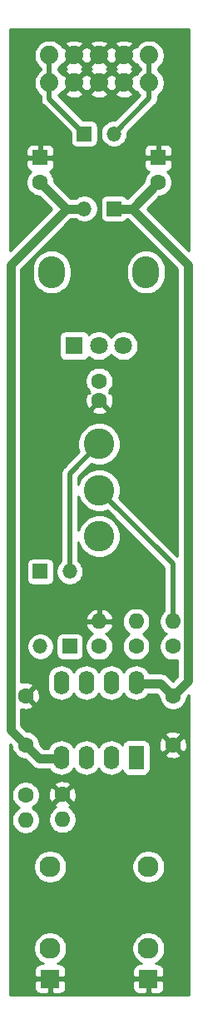
<source format=gtl>
G04 #@! TF.GenerationSoftware,KiCad,Pcbnew,(5.1.10)-1*
G04 #@! TF.CreationDate,2021-10-20T10:43:16-05:00*
G04 #@! TF.ProjectId,Slew Limiter Board,536c6577-204c-4696-9d69-74657220426f,1.2*
G04 #@! TF.SameCoordinates,Original*
G04 #@! TF.FileFunction,Copper,L1,Top*
G04 #@! TF.FilePolarity,Positive*
%FSLAX46Y46*%
G04 Gerber Fmt 4.6, Leading zero omitted, Abs format (unit mm)*
G04 Created by KiCad (PCBNEW (5.1.10)-1) date 2021-10-20 10:43:16*
%MOMM*%
%LPD*%
G01*
G04 APERTURE LIST*
G04 #@! TA.AperFunction,ComponentPad*
%ADD10C,1.879600*%
G04 #@! TD*
G04 #@! TA.AperFunction,ComponentPad*
%ADD11C,1.600000*%
G04 #@! TD*
G04 #@! TA.AperFunction,ComponentPad*
%ADD12O,1.600000X1.600000*%
G04 #@! TD*
G04 #@! TA.AperFunction,ComponentPad*
%ADD13C,3.100000*%
G04 #@! TD*
G04 #@! TA.AperFunction,ComponentPad*
%ADD14C,2.130000*%
G04 #@! TD*
G04 #@! TA.AperFunction,ComponentPad*
%ADD15R,1.930000X1.830000*%
G04 #@! TD*
G04 #@! TA.AperFunction,ComponentPad*
%ADD16O,2.720000X3.240000*%
G04 #@! TD*
G04 #@! TA.AperFunction,ComponentPad*
%ADD17C,1.800000*%
G04 #@! TD*
G04 #@! TA.AperFunction,ComponentPad*
%ADD18R,1.800000X1.800000*%
G04 #@! TD*
G04 #@! TA.AperFunction,ComponentPad*
%ADD19R,1.500000X1.500000*%
G04 #@! TD*
G04 #@! TA.AperFunction,ComponentPad*
%ADD20O,1.500000X1.500000*%
G04 #@! TD*
G04 #@! TA.AperFunction,ComponentPad*
%ADD21R,1.600000X1.600000*%
G04 #@! TD*
G04 #@! TA.AperFunction,ComponentPad*
%ADD22O,1.600000X2.400000*%
G04 #@! TD*
G04 #@! TA.AperFunction,ComponentPad*
%ADD23R,1.600000X2.400000*%
G04 #@! TD*
G04 #@! TA.AperFunction,Conductor*
%ADD24C,0.889000*%
G04 #@! TD*
G04 #@! TA.AperFunction,Conductor*
%ADD25C,0.508000*%
G04 #@! TD*
G04 #@! TA.AperFunction,Conductor*
%ADD26C,0.254000*%
G04 #@! TD*
G04 #@! TA.AperFunction,Conductor*
%ADD27C,1.000000*%
G04 #@! TD*
G04 APERTURE END LIST*
D10*
X5070000Y43630000D03*
X5070000Y46424000D03*
X2530000Y43630000D03*
X2530000Y46424000D03*
X-10000Y43630000D03*
X-10000Y46424000D03*
X-2550000Y43630000D03*
X-2550000Y46424000D03*
X-5090000Y43630000D03*
X-5090000Y46424000D03*
D11*
X0Y11300000D03*
X0Y13300000D03*
D12*
X7500000Y-11160000D03*
D11*
X7500000Y-13700000D03*
D12*
X0Y-11160000D03*
D11*
X0Y-13700000D03*
D12*
X3750000Y-11160000D03*
D11*
X3750000Y-13700000D03*
D12*
X-3750000Y-31300000D03*
D11*
X-3750000Y-28760000D03*
D12*
X-7500000Y-31340000D03*
D11*
X-7500000Y-28800000D03*
D13*
X0Y2200000D03*
X0Y-2500000D03*
X0Y6900000D03*
D14*
X5000000Y-44400000D03*
D15*
X5000000Y-47500000D03*
D14*
X5000000Y-36100000D03*
X-5000000Y-44400000D03*
D15*
X-5000000Y-47500000D03*
D14*
X-5000000Y-36100000D03*
D16*
X-4840000Y24380000D03*
X4760000Y24380000D03*
D17*
X2460000Y16880000D03*
X-40000Y16880000D03*
D18*
X-2540000Y16880000D03*
D11*
X7500000Y-18700000D03*
X7500000Y-23700000D03*
X-7500000Y-23700000D03*
X-7500000Y-18700000D03*
D19*
X1500000Y30825000D03*
D20*
X1500000Y38445000D03*
D19*
X-1525000Y38445000D03*
D20*
X-1525000Y30825000D03*
X-6000000Y-13700000D03*
D19*
X-6000000Y-6080000D03*
D20*
X-3000000Y-6080000D03*
D19*
X-3000000Y-13700000D03*
D21*
X6000000Y36000000D03*
D11*
X6000000Y33500000D03*
D21*
X-6000000Y36000000D03*
D11*
X-6000000Y33500000D03*
D22*
X3750000Y-17380000D03*
X-3870000Y-25000000D03*
X1210000Y-17380000D03*
X-1330000Y-25000000D03*
X-1330000Y-17380000D03*
X1210000Y-25000000D03*
X-3870000Y-17380000D03*
D23*
X3750000Y-25000000D03*
D24*
X-9023901Y-22176099D02*
X-7500000Y-23700000D01*
X-3325000Y30825000D02*
X-6000000Y33500000D01*
X-1525000Y30825000D02*
X-3325000Y30825000D01*
X-9023901Y25126099D02*
X-9023901Y-22176099D01*
X-3325000Y30825000D02*
X-9023901Y25126099D01*
X-7500000Y-23700000D02*
X-6075000Y-25125000D01*
X-3995000Y-25125000D02*
X-3870000Y-25000000D01*
X-6075000Y-25125000D02*
X-3995000Y-25125000D01*
X3325000Y30825000D02*
X6000000Y33500000D01*
X1500000Y30825000D02*
X3325000Y30825000D01*
X7500000Y-18700000D02*
X9026090Y-17173910D01*
X9026090Y25123910D02*
X3325000Y30825000D01*
X9026090Y-17173910D02*
X9026090Y25123910D01*
X7500000Y-18700000D02*
X6275000Y-17475000D01*
X3845000Y-17475000D02*
X3750000Y-17380000D01*
X6275000Y-17475000D02*
X3845000Y-17475000D01*
D25*
X-3000000Y3900000D02*
X0Y6900000D01*
X-3000000Y-6080000D02*
X-3000000Y3900000D01*
X7500000Y-5300000D02*
X0Y2200000D01*
X7500000Y-11160000D02*
X7500000Y-5300000D01*
X5070000Y46424000D02*
X5070000Y43630000D01*
X5070000Y42015000D02*
X1500000Y38445000D01*
X5070000Y43630000D02*
X5070000Y42015000D01*
X-5090000Y46424000D02*
X-5090000Y43630000D01*
X-5090000Y42010000D02*
X-1525000Y38445000D01*
X-5090000Y43630000D02*
X-5090000Y42010000D01*
D26*
X9115001Y26561643D02*
X4851642Y30825000D01*
X6091643Y32065000D01*
X6141335Y32065000D01*
X6418574Y32120147D01*
X6679727Y32228320D01*
X6914759Y32385363D01*
X7114637Y32585241D01*
X7271680Y32820273D01*
X7379853Y33081426D01*
X7435000Y33358665D01*
X7435000Y33641335D01*
X7379853Y33918574D01*
X7271680Y34179727D01*
X7114637Y34414759D01*
X6948057Y34581339D01*
X7044180Y34610498D01*
X7154494Y34669463D01*
X7251185Y34748815D01*
X7330537Y34845506D01*
X7389502Y34955820D01*
X7425812Y35075518D01*
X7438072Y35200000D01*
X7435000Y35714250D01*
X7276250Y35873000D01*
X6127000Y35873000D01*
X6127000Y35853000D01*
X5873000Y35853000D01*
X5873000Y35873000D01*
X4723750Y35873000D01*
X4565000Y35714250D01*
X4561928Y35200000D01*
X4574188Y35075518D01*
X4610498Y34955820D01*
X4669463Y34845506D01*
X4748815Y34748815D01*
X4845506Y34669463D01*
X4955820Y34610498D01*
X5051943Y34581339D01*
X4885363Y34414759D01*
X4728320Y34179727D01*
X4620147Y33918574D01*
X4565000Y33641335D01*
X4565000Y33591643D01*
X2877858Y31904500D01*
X2793897Y31904500D01*
X2780537Y31929494D01*
X2701185Y32026185D01*
X2604494Y32105537D01*
X2494180Y32164502D01*
X2374482Y32200812D01*
X2250000Y32213072D01*
X750000Y32213072D01*
X625518Y32200812D01*
X505820Y32164502D01*
X395506Y32105537D01*
X298815Y32026185D01*
X219463Y31929494D01*
X160498Y31819180D01*
X124188Y31699482D01*
X111928Y31575000D01*
X111928Y30075000D01*
X124188Y29950518D01*
X160498Y29830820D01*
X219463Y29720506D01*
X298815Y29623815D01*
X395506Y29544463D01*
X505820Y29485498D01*
X625518Y29449188D01*
X750000Y29436928D01*
X2250000Y29436928D01*
X2374482Y29449188D01*
X2494180Y29485498D01*
X2604494Y29544463D01*
X2701185Y29623815D01*
X2780537Y29720506D01*
X2793897Y29745500D01*
X2877858Y29745500D01*
X7946591Y24676765D01*
X7946590Y-4489354D01*
X2040562Y1416673D01*
X2101031Y1562659D01*
X2185000Y1984796D01*
X2185000Y2415204D01*
X2101031Y2837341D01*
X1936322Y3234985D01*
X1697200Y3592856D01*
X1392856Y3897200D01*
X1034985Y4136322D01*
X637341Y4301031D01*
X215204Y4385000D01*
X-215204Y4385000D01*
X-637341Y4301031D01*
X-1034985Y4136322D01*
X-1392856Y3897200D01*
X-1697200Y3592856D01*
X-1936322Y3234985D01*
X-2101031Y2837341D01*
X-2111000Y2787224D01*
X-2111000Y3531765D01*
X-783326Y4859438D01*
X-637341Y4798969D01*
X-215204Y4715000D01*
X215204Y4715000D01*
X637341Y4798969D01*
X1034985Y4963678D01*
X1392856Y5202800D01*
X1697200Y5507144D01*
X1936322Y5865015D01*
X2101031Y6262659D01*
X2185000Y6684796D01*
X2185000Y7115204D01*
X2101031Y7537341D01*
X1936322Y7934985D01*
X1697200Y8292856D01*
X1392856Y8597200D01*
X1034985Y8836322D01*
X637341Y9001031D01*
X215204Y9085000D01*
X-215204Y9085000D01*
X-637341Y9001031D01*
X-1034985Y8836322D01*
X-1392856Y8597200D01*
X-1697200Y8292856D01*
X-1936322Y7934985D01*
X-2101031Y7537341D01*
X-2185000Y7115204D01*
X-2185000Y6684796D01*
X-2101031Y6262659D01*
X-2040562Y6116674D01*
X-3597741Y4559494D01*
X-3631658Y4531659D01*
X-3659493Y4497742D01*
X-3659495Y4497740D01*
X-3742752Y4396291D01*
X-3825302Y4241852D01*
X-3876136Y4074274D01*
X-3893300Y3900000D01*
X-3888999Y3856330D01*
X-3889000Y-5010315D01*
X-4075799Y-5197114D01*
X-4227371Y-5423957D01*
X-4331775Y-5676011D01*
X-4385000Y-5943589D01*
X-4385000Y-6216411D01*
X-4331775Y-6483989D01*
X-4227371Y-6736043D01*
X-4075799Y-6962886D01*
X-3882886Y-7155799D01*
X-3656043Y-7307371D01*
X-3403989Y-7411775D01*
X-3136411Y-7465000D01*
X-2863589Y-7465000D01*
X-2596011Y-7411775D01*
X-2343957Y-7307371D01*
X-2117114Y-7155799D01*
X-1924201Y-6962886D01*
X-1772629Y-6736043D01*
X-1668225Y-6483989D01*
X-1615000Y-6216411D01*
X-1615000Y-5943589D01*
X-1668225Y-5676011D01*
X-1772629Y-5423957D01*
X-1924201Y-5197114D01*
X-2111000Y-5010315D01*
X-2111000Y-3087224D01*
X-2101031Y-3137341D01*
X-1936322Y-3534985D01*
X-1697200Y-3892856D01*
X-1392856Y-4197200D01*
X-1034985Y-4436322D01*
X-637341Y-4601031D01*
X-215204Y-4685000D01*
X215204Y-4685000D01*
X637341Y-4601031D01*
X1034985Y-4436322D01*
X1392856Y-4197200D01*
X1697200Y-3892856D01*
X1936322Y-3534985D01*
X2101031Y-3137341D01*
X2185000Y-2715204D01*
X2185000Y-2284796D01*
X2101031Y-1862659D01*
X1936322Y-1465015D01*
X1697200Y-1107144D01*
X1392856Y-802800D01*
X1034985Y-563678D01*
X637341Y-398969D01*
X215204Y-315000D01*
X-215204Y-315000D01*
X-637341Y-398969D01*
X-1034985Y-563678D01*
X-1392856Y-802800D01*
X-1697200Y-1107144D01*
X-1936322Y-1465015D01*
X-2101031Y-1862659D01*
X-2111000Y-1912776D01*
X-2111000Y1612776D01*
X-2101031Y1562659D01*
X-1936322Y1165015D01*
X-1697200Y807144D01*
X-1392856Y502800D01*
X-1034985Y263678D01*
X-637341Y98969D01*
X-215204Y15000D01*
X215204Y15000D01*
X637341Y98969D01*
X783327Y159438D01*
X6611001Y-5668237D01*
X6611000Y-10028151D01*
X6585241Y-10045363D01*
X6385363Y-10245241D01*
X6228320Y-10480273D01*
X6120147Y-10741426D01*
X6065000Y-11018665D01*
X6065000Y-11301335D01*
X6120147Y-11578574D01*
X6228320Y-11839727D01*
X6385363Y-12074759D01*
X6585241Y-12274637D01*
X6817759Y-12430000D01*
X6585241Y-12585363D01*
X6385363Y-12785241D01*
X6228320Y-13020273D01*
X6120147Y-13281426D01*
X6065000Y-13558665D01*
X6065000Y-13841335D01*
X6120147Y-14118574D01*
X6228320Y-14379727D01*
X6385363Y-14614759D01*
X6585241Y-14814637D01*
X6820273Y-14971680D01*
X7081426Y-15079853D01*
X7358665Y-15135000D01*
X7641335Y-15135000D01*
X7918574Y-15079853D01*
X7946590Y-15068248D01*
X7946590Y-16726767D01*
X7500000Y-17173357D01*
X7075826Y-16749184D01*
X7042015Y-16707985D01*
X6877640Y-16573086D01*
X6690106Y-16472847D01*
X6486619Y-16411120D01*
X6328029Y-16395500D01*
X6275000Y-16390277D01*
X6221971Y-16395500D01*
X5064708Y-16395500D01*
X4948932Y-16178899D01*
X4769607Y-15960392D01*
X4551100Y-15781068D01*
X4301807Y-15647818D01*
X4031308Y-15565764D01*
X3750000Y-15538057D01*
X3468691Y-15565764D01*
X3198192Y-15647818D01*
X2948899Y-15781068D01*
X2730392Y-15960393D01*
X2551068Y-16178900D01*
X2480000Y-16311858D01*
X2408932Y-16178899D01*
X2229607Y-15960392D01*
X2011100Y-15781068D01*
X1761807Y-15647818D01*
X1491308Y-15565764D01*
X1210000Y-15538057D01*
X928691Y-15565764D01*
X658192Y-15647818D01*
X408899Y-15781068D01*
X190392Y-15960393D01*
X11068Y-16178900D01*
X-60000Y-16311858D01*
X-131068Y-16178899D01*
X-310393Y-15960392D01*
X-528900Y-15781068D01*
X-778193Y-15647818D01*
X-1048692Y-15565764D01*
X-1330000Y-15538057D01*
X-1611309Y-15565764D01*
X-1881808Y-15647818D01*
X-2131101Y-15781068D01*
X-2349608Y-15960393D01*
X-2528932Y-16178900D01*
X-2600000Y-16311858D01*
X-2671068Y-16178899D01*
X-2850393Y-15960392D01*
X-3068900Y-15781068D01*
X-3318193Y-15647818D01*
X-3588692Y-15565764D01*
X-3870000Y-15538057D01*
X-4151309Y-15565764D01*
X-4421808Y-15647818D01*
X-4671101Y-15781068D01*
X-4889608Y-15960393D01*
X-5068932Y-16178900D01*
X-5202182Y-16428193D01*
X-5284236Y-16698692D01*
X-5305000Y-16909509D01*
X-5305000Y-17850492D01*
X-5284236Y-18061309D01*
X-5202182Y-18331808D01*
X-5068932Y-18581101D01*
X-4889607Y-18799608D01*
X-4671100Y-18978932D01*
X-4421807Y-19112182D01*
X-4151308Y-19194236D01*
X-3870000Y-19221943D01*
X-3588691Y-19194236D01*
X-3318192Y-19112182D01*
X-3068899Y-18978932D01*
X-2850392Y-18799608D01*
X-2671068Y-18581101D01*
X-2600000Y-18448142D01*
X-2528932Y-18581101D01*
X-2349607Y-18799608D01*
X-2131100Y-18978932D01*
X-1881807Y-19112182D01*
X-1611308Y-19194236D01*
X-1330000Y-19221943D01*
X-1048691Y-19194236D01*
X-778192Y-19112182D01*
X-528899Y-18978932D01*
X-310392Y-18799608D01*
X-131068Y-18581101D01*
X-60000Y-18448142D01*
X11068Y-18581101D01*
X190393Y-18799608D01*
X408900Y-18978932D01*
X658193Y-19112182D01*
X928692Y-19194236D01*
X1210000Y-19221943D01*
X1491309Y-19194236D01*
X1761808Y-19112182D01*
X2011101Y-18978932D01*
X2229608Y-18799608D01*
X2408932Y-18581101D01*
X2480000Y-18448142D01*
X2551068Y-18581101D01*
X2730393Y-18799608D01*
X2948900Y-18978932D01*
X3198193Y-19112182D01*
X3468692Y-19194236D01*
X3750000Y-19221943D01*
X4031309Y-19194236D01*
X4301808Y-19112182D01*
X4551101Y-18978932D01*
X4769608Y-18799608D01*
X4948932Y-18581101D01*
X4963151Y-18554500D01*
X5827857Y-18554500D01*
X6065000Y-18791643D01*
X6065000Y-18841335D01*
X6120147Y-19118574D01*
X6228320Y-19379727D01*
X6385363Y-19614759D01*
X6585241Y-19814637D01*
X6820273Y-19971680D01*
X7081426Y-20079853D01*
X7358665Y-20135000D01*
X7641335Y-20135000D01*
X7918574Y-20079853D01*
X8179727Y-19971680D01*
X8414759Y-19814637D01*
X8614637Y-19614759D01*
X8771680Y-19379727D01*
X8879853Y-19118574D01*
X8935000Y-18841335D01*
X8935000Y-18791642D01*
X9115000Y-18611642D01*
X9115000Y-49115000D01*
X-9115000Y-49115000D01*
X-9115000Y-48415000D01*
X-6603072Y-48415000D01*
X-6590812Y-48539482D01*
X-6554502Y-48659180D01*
X-6495537Y-48769494D01*
X-6416185Y-48866185D01*
X-6319494Y-48945537D01*
X-6209180Y-49004502D01*
X-6089482Y-49040812D01*
X-5965000Y-49053072D01*
X-5285750Y-49050000D01*
X-5127000Y-48891250D01*
X-5127000Y-47627000D01*
X-4873000Y-47627000D01*
X-4873000Y-48891250D01*
X-4714250Y-49050000D01*
X-4035000Y-49053072D01*
X-3910518Y-49040812D01*
X-3790820Y-49004502D01*
X-3680506Y-48945537D01*
X-3583815Y-48866185D01*
X-3504463Y-48769494D01*
X-3445498Y-48659180D01*
X-3409188Y-48539482D01*
X-3396928Y-48415000D01*
X3396928Y-48415000D01*
X3409188Y-48539482D01*
X3445498Y-48659180D01*
X3504463Y-48769494D01*
X3583815Y-48866185D01*
X3680506Y-48945537D01*
X3790820Y-49004502D01*
X3910518Y-49040812D01*
X4035000Y-49053072D01*
X4714250Y-49050000D01*
X4873000Y-48891250D01*
X4873000Y-47627000D01*
X5127000Y-47627000D01*
X5127000Y-48891250D01*
X5285750Y-49050000D01*
X5965000Y-49053072D01*
X6089482Y-49040812D01*
X6209180Y-49004502D01*
X6319494Y-48945537D01*
X6416185Y-48866185D01*
X6495537Y-48769494D01*
X6554502Y-48659180D01*
X6590812Y-48539482D01*
X6603072Y-48415000D01*
X6600000Y-47785750D01*
X6441250Y-47627000D01*
X5127000Y-47627000D01*
X4873000Y-47627000D01*
X3558750Y-47627000D01*
X3400000Y-47785750D01*
X3396928Y-48415000D01*
X-3396928Y-48415000D01*
X-3400000Y-47785750D01*
X-3558750Y-47627000D01*
X-4873000Y-47627000D01*
X-5127000Y-47627000D01*
X-6441250Y-47627000D01*
X-6600000Y-47785750D01*
X-6603072Y-48415000D01*
X-9115000Y-48415000D01*
X-9115000Y-44232565D01*
X-6700000Y-44232565D01*
X-6700000Y-44567435D01*
X-6634670Y-44895872D01*
X-6506521Y-45205252D01*
X-6320477Y-45483687D01*
X-6083687Y-45720477D01*
X-5805252Y-45906521D01*
X-5704860Y-45948105D01*
X-5965000Y-45946928D01*
X-6089482Y-45959188D01*
X-6209180Y-45995498D01*
X-6319494Y-46054463D01*
X-6416185Y-46133815D01*
X-6495537Y-46230506D01*
X-6554502Y-46340820D01*
X-6590812Y-46460518D01*
X-6603072Y-46585000D01*
X-6600000Y-47214250D01*
X-6441250Y-47373000D01*
X-5127000Y-47373000D01*
X-5127000Y-47353000D01*
X-4873000Y-47353000D01*
X-4873000Y-47373000D01*
X-3558750Y-47373000D01*
X-3400000Y-47214250D01*
X-3396928Y-46585000D01*
X-3409188Y-46460518D01*
X-3445498Y-46340820D01*
X-3504463Y-46230506D01*
X-3583815Y-46133815D01*
X-3680506Y-46054463D01*
X-3790820Y-45995498D01*
X-3910518Y-45959188D01*
X-4035000Y-45946928D01*
X-4295140Y-45948105D01*
X-4194748Y-45906521D01*
X-3916313Y-45720477D01*
X-3679523Y-45483687D01*
X-3493479Y-45205252D01*
X-3365330Y-44895872D01*
X-3300000Y-44567435D01*
X-3300000Y-44232565D01*
X3300000Y-44232565D01*
X3300000Y-44567435D01*
X3365330Y-44895872D01*
X3493479Y-45205252D01*
X3679523Y-45483687D01*
X3916313Y-45720477D01*
X4194748Y-45906521D01*
X4295140Y-45948105D01*
X4035000Y-45946928D01*
X3910518Y-45959188D01*
X3790820Y-45995498D01*
X3680506Y-46054463D01*
X3583815Y-46133815D01*
X3504463Y-46230506D01*
X3445498Y-46340820D01*
X3409188Y-46460518D01*
X3396928Y-46585000D01*
X3400000Y-47214250D01*
X3558750Y-47373000D01*
X4873000Y-47373000D01*
X4873000Y-47353000D01*
X5127000Y-47353000D01*
X5127000Y-47373000D01*
X6441250Y-47373000D01*
X6600000Y-47214250D01*
X6603072Y-46585000D01*
X6590812Y-46460518D01*
X6554502Y-46340820D01*
X6495537Y-46230506D01*
X6416185Y-46133815D01*
X6319494Y-46054463D01*
X6209180Y-45995498D01*
X6089482Y-45959188D01*
X5965000Y-45946928D01*
X5704860Y-45948105D01*
X5805252Y-45906521D01*
X6083687Y-45720477D01*
X6320477Y-45483687D01*
X6506521Y-45205252D01*
X6634670Y-44895872D01*
X6700000Y-44567435D01*
X6700000Y-44232565D01*
X6634670Y-43904128D01*
X6506521Y-43594748D01*
X6320477Y-43316313D01*
X6083687Y-43079523D01*
X5805252Y-42893479D01*
X5495872Y-42765330D01*
X5167435Y-42700000D01*
X4832565Y-42700000D01*
X4504128Y-42765330D01*
X4194748Y-42893479D01*
X3916313Y-43079523D01*
X3679523Y-43316313D01*
X3493479Y-43594748D01*
X3365330Y-43904128D01*
X3300000Y-44232565D01*
X-3300000Y-44232565D01*
X-3365330Y-43904128D01*
X-3493479Y-43594748D01*
X-3679523Y-43316313D01*
X-3916313Y-43079523D01*
X-4194748Y-42893479D01*
X-4504128Y-42765330D01*
X-4832565Y-42700000D01*
X-5167435Y-42700000D01*
X-5495872Y-42765330D01*
X-5805252Y-42893479D01*
X-6083687Y-43079523D01*
X-6320477Y-43316313D01*
X-6506521Y-43594748D01*
X-6634670Y-43904128D01*
X-6700000Y-44232565D01*
X-9115000Y-44232565D01*
X-9115000Y-35932565D01*
X-6700000Y-35932565D01*
X-6700000Y-36267435D01*
X-6634670Y-36595872D01*
X-6506521Y-36905252D01*
X-6320477Y-37183687D01*
X-6083687Y-37420477D01*
X-5805252Y-37606521D01*
X-5495872Y-37734670D01*
X-5167435Y-37800000D01*
X-4832565Y-37800000D01*
X-4504128Y-37734670D01*
X-4194748Y-37606521D01*
X-3916313Y-37420477D01*
X-3679523Y-37183687D01*
X-3493479Y-36905252D01*
X-3365330Y-36595872D01*
X-3300000Y-36267435D01*
X-3300000Y-35932565D01*
X3300000Y-35932565D01*
X3300000Y-36267435D01*
X3365330Y-36595872D01*
X3493479Y-36905252D01*
X3679523Y-37183687D01*
X3916313Y-37420477D01*
X4194748Y-37606521D01*
X4504128Y-37734670D01*
X4832565Y-37800000D01*
X5167435Y-37800000D01*
X5495872Y-37734670D01*
X5805252Y-37606521D01*
X6083687Y-37420477D01*
X6320477Y-37183687D01*
X6506521Y-36905252D01*
X6634670Y-36595872D01*
X6700000Y-36267435D01*
X6700000Y-35932565D01*
X6634670Y-35604128D01*
X6506521Y-35294748D01*
X6320477Y-35016313D01*
X6083687Y-34779523D01*
X5805252Y-34593479D01*
X5495872Y-34465330D01*
X5167435Y-34400000D01*
X4832565Y-34400000D01*
X4504128Y-34465330D01*
X4194748Y-34593479D01*
X3916313Y-34779523D01*
X3679523Y-35016313D01*
X3493479Y-35294748D01*
X3365330Y-35604128D01*
X3300000Y-35932565D01*
X-3300000Y-35932565D01*
X-3365330Y-35604128D01*
X-3493479Y-35294748D01*
X-3679523Y-35016313D01*
X-3916313Y-34779523D01*
X-4194748Y-34593479D01*
X-4504128Y-34465330D01*
X-4832565Y-34400000D01*
X-5167435Y-34400000D01*
X-5495872Y-34465330D01*
X-5805252Y-34593479D01*
X-6083687Y-34779523D01*
X-6320477Y-35016313D01*
X-6506521Y-35294748D01*
X-6634670Y-35604128D01*
X-6700000Y-35932565D01*
X-9115000Y-35932565D01*
X-9115000Y-28658665D01*
X-8935000Y-28658665D01*
X-8935000Y-28941335D01*
X-8879853Y-29218574D01*
X-8771680Y-29479727D01*
X-8614637Y-29714759D01*
X-8414759Y-29914637D01*
X-8182241Y-30070000D01*
X-8414759Y-30225363D01*
X-8614637Y-30425241D01*
X-8771680Y-30660273D01*
X-8879853Y-30921426D01*
X-8935000Y-31198665D01*
X-8935000Y-31481335D01*
X-8879853Y-31758574D01*
X-8771680Y-32019727D01*
X-8614637Y-32254759D01*
X-8414759Y-32454637D01*
X-8179727Y-32611680D01*
X-7918574Y-32719853D01*
X-7641335Y-32775000D01*
X-7358665Y-32775000D01*
X-7081426Y-32719853D01*
X-6820273Y-32611680D01*
X-6585241Y-32454637D01*
X-6385363Y-32254759D01*
X-6228320Y-32019727D01*
X-6120147Y-31758574D01*
X-6065000Y-31481335D01*
X-6065000Y-31198665D01*
X-6072956Y-31158665D01*
X-5185000Y-31158665D01*
X-5185000Y-31441335D01*
X-5129853Y-31718574D01*
X-5021680Y-31979727D01*
X-4864637Y-32214759D01*
X-4664759Y-32414637D01*
X-4429727Y-32571680D01*
X-4168574Y-32679853D01*
X-3891335Y-32735000D01*
X-3608665Y-32735000D01*
X-3331426Y-32679853D01*
X-3070273Y-32571680D01*
X-2835241Y-32414637D01*
X-2635363Y-32214759D01*
X-2478320Y-31979727D01*
X-2370147Y-31718574D01*
X-2315000Y-31441335D01*
X-2315000Y-31158665D01*
X-2370147Y-30881426D01*
X-2478320Y-30620273D01*
X-2635363Y-30385241D01*
X-2835241Y-30185363D01*
X-3069128Y-30029085D01*
X-3008486Y-29996671D01*
X-2936903Y-29752702D01*
X-3750000Y-28939605D01*
X-4563097Y-29752702D01*
X-4491514Y-29996671D01*
X-4427008Y-30027194D01*
X-4429727Y-30028320D01*
X-4664759Y-30185363D01*
X-4864637Y-30385241D01*
X-5021680Y-30620273D01*
X-5129853Y-30881426D01*
X-5185000Y-31158665D01*
X-6072956Y-31158665D01*
X-6120147Y-30921426D01*
X-6228320Y-30660273D01*
X-6385363Y-30425241D01*
X-6585241Y-30225363D01*
X-6817759Y-30070000D01*
X-6585241Y-29914637D01*
X-6385363Y-29714759D01*
X-6228320Y-29479727D01*
X-6120147Y-29218574D01*
X-6065000Y-28941335D01*
X-6065000Y-28830512D01*
X-5190217Y-28830512D01*
X-5148787Y-29110130D01*
X-5053603Y-29376292D01*
X-4986671Y-29501514D01*
X-4742702Y-29573097D01*
X-3929605Y-28760000D01*
X-3570395Y-28760000D01*
X-2757298Y-29573097D01*
X-2513329Y-29501514D01*
X-2392429Y-29246004D01*
X-2323700Y-28971816D01*
X-2309783Y-28689488D01*
X-2351213Y-28409870D01*
X-2446397Y-28143708D01*
X-2513329Y-28018486D01*
X-2757298Y-27946903D01*
X-3570395Y-28760000D01*
X-3929605Y-28760000D01*
X-4742702Y-27946903D01*
X-4986671Y-28018486D01*
X-5107571Y-28273996D01*
X-5176300Y-28548184D01*
X-5190217Y-28830512D01*
X-6065000Y-28830512D01*
X-6065000Y-28658665D01*
X-6120147Y-28381426D01*
X-6228320Y-28120273D01*
X-6385363Y-27885241D01*
X-6503306Y-27767298D01*
X-4563097Y-27767298D01*
X-3750000Y-28580395D01*
X-2936903Y-27767298D01*
X-3008486Y-27523329D01*
X-3263996Y-27402429D01*
X-3538184Y-27333700D01*
X-3820512Y-27319783D01*
X-4100130Y-27361213D01*
X-4366292Y-27456397D01*
X-4491514Y-27523329D01*
X-4563097Y-27767298D01*
X-6503306Y-27767298D01*
X-6585241Y-27685363D01*
X-6820273Y-27528320D01*
X-7081426Y-27420147D01*
X-7358665Y-27365000D01*
X-7641335Y-27365000D01*
X-7918574Y-27420147D01*
X-8179727Y-27528320D01*
X-8414759Y-27685363D01*
X-8614637Y-27885241D01*
X-8771680Y-28120273D01*
X-8879853Y-28381426D01*
X-8935000Y-28658665D01*
X-9115000Y-28658665D01*
X-9115000Y-23611642D01*
X-8935000Y-23791643D01*
X-8935000Y-23841335D01*
X-8879853Y-24118574D01*
X-8771680Y-24379727D01*
X-8614637Y-24614759D01*
X-8414759Y-24814637D01*
X-8179727Y-24971680D01*
X-7918574Y-25079853D01*
X-7641335Y-25135000D01*
X-7591642Y-25135000D01*
X-6875822Y-25850821D01*
X-6842015Y-25892015D01*
X-6677640Y-26026914D01*
X-6490106Y-26127153D01*
X-6286619Y-26188880D01*
X-6128029Y-26204500D01*
X-6128022Y-26204500D01*
X-6075001Y-26209722D01*
X-6021979Y-26204500D01*
X-5066142Y-26204500D01*
X-4889607Y-26419608D01*
X-4671100Y-26598932D01*
X-4421807Y-26732182D01*
X-4151308Y-26814236D01*
X-3870000Y-26841943D01*
X-3588691Y-26814236D01*
X-3318192Y-26732182D01*
X-3068899Y-26598932D01*
X-2850392Y-26419608D01*
X-2671068Y-26201101D01*
X-2600000Y-26068142D01*
X-2528932Y-26201101D01*
X-2349607Y-26419608D01*
X-2131100Y-26598932D01*
X-1881807Y-26732182D01*
X-1611308Y-26814236D01*
X-1330000Y-26841943D01*
X-1048691Y-26814236D01*
X-778192Y-26732182D01*
X-528899Y-26598932D01*
X-310392Y-26419608D01*
X-131068Y-26201101D01*
X-60000Y-26068142D01*
X11068Y-26201101D01*
X190393Y-26419608D01*
X408900Y-26598932D01*
X658193Y-26732182D01*
X928692Y-26814236D01*
X1210000Y-26841943D01*
X1491309Y-26814236D01*
X1761808Y-26732182D01*
X2011101Y-26598932D01*
X2229608Y-26419608D01*
X2322419Y-26306518D01*
X2324188Y-26324482D01*
X2360498Y-26444180D01*
X2419463Y-26554494D01*
X2498815Y-26651185D01*
X2595506Y-26730537D01*
X2705820Y-26789502D01*
X2825518Y-26825812D01*
X2950000Y-26838072D01*
X4550000Y-26838072D01*
X4674482Y-26825812D01*
X4794180Y-26789502D01*
X4904494Y-26730537D01*
X5001185Y-26651185D01*
X5080537Y-26554494D01*
X5139502Y-26444180D01*
X5175812Y-26324482D01*
X5188072Y-26200000D01*
X5188072Y-24692702D01*
X6686903Y-24692702D01*
X6758486Y-24936671D01*
X7013996Y-25057571D01*
X7288184Y-25126300D01*
X7570512Y-25140217D01*
X7850130Y-25098787D01*
X8116292Y-25003603D01*
X8241514Y-24936671D01*
X8313097Y-24692702D01*
X7500000Y-23879605D01*
X6686903Y-24692702D01*
X5188072Y-24692702D01*
X5188072Y-23800000D01*
X5185168Y-23770512D01*
X6059783Y-23770512D01*
X6101213Y-24050130D01*
X6196397Y-24316292D01*
X6263329Y-24441514D01*
X6507298Y-24513097D01*
X7320395Y-23700000D01*
X7679605Y-23700000D01*
X8492702Y-24513097D01*
X8736671Y-24441514D01*
X8857571Y-24186004D01*
X8926300Y-23911816D01*
X8940217Y-23629488D01*
X8898787Y-23349870D01*
X8803603Y-23083708D01*
X8736671Y-22958486D01*
X8492702Y-22886903D01*
X7679605Y-23700000D01*
X7320395Y-23700000D01*
X6507298Y-22886903D01*
X6263329Y-22958486D01*
X6142429Y-23213996D01*
X6073700Y-23488184D01*
X6059783Y-23770512D01*
X5185168Y-23770512D01*
X5175812Y-23675518D01*
X5139502Y-23555820D01*
X5080537Y-23445506D01*
X5001185Y-23348815D01*
X4904494Y-23269463D01*
X4794180Y-23210498D01*
X4674482Y-23174188D01*
X4550000Y-23161928D01*
X2950000Y-23161928D01*
X2825518Y-23174188D01*
X2705820Y-23210498D01*
X2595506Y-23269463D01*
X2498815Y-23348815D01*
X2419463Y-23445506D01*
X2360498Y-23555820D01*
X2324188Y-23675518D01*
X2322419Y-23693483D01*
X2229607Y-23580392D01*
X2011100Y-23401068D01*
X1761807Y-23267818D01*
X1491308Y-23185764D01*
X1210000Y-23158057D01*
X928691Y-23185764D01*
X658192Y-23267818D01*
X408899Y-23401068D01*
X190392Y-23580393D01*
X11068Y-23798900D01*
X-60000Y-23931858D01*
X-131068Y-23798899D01*
X-310393Y-23580392D01*
X-528900Y-23401068D01*
X-778193Y-23267818D01*
X-1048692Y-23185764D01*
X-1330000Y-23158057D01*
X-1611309Y-23185764D01*
X-1881808Y-23267818D01*
X-2131101Y-23401068D01*
X-2349608Y-23580393D01*
X-2528932Y-23798900D01*
X-2600000Y-23931858D01*
X-2671068Y-23798899D01*
X-2850393Y-23580392D01*
X-3068900Y-23401068D01*
X-3318193Y-23267818D01*
X-3588692Y-23185764D01*
X-3870000Y-23158057D01*
X-4151309Y-23185764D01*
X-4421808Y-23267818D01*
X-4671101Y-23401068D01*
X-4889608Y-23580393D01*
X-5068932Y-23798900D01*
X-5200743Y-24045500D01*
X-5627857Y-24045500D01*
X-6065000Y-23608358D01*
X-6065000Y-23558665D01*
X-6120147Y-23281426D01*
X-6228320Y-23020273D01*
X-6385363Y-22785241D01*
X-6463306Y-22707298D01*
X6686903Y-22707298D01*
X7500000Y-23520395D01*
X8313097Y-22707298D01*
X8241514Y-22463329D01*
X7986004Y-22342429D01*
X7711816Y-22273700D01*
X7429488Y-22259783D01*
X7149870Y-22301213D01*
X6883708Y-22396397D01*
X6758486Y-22463329D01*
X6686903Y-22707298D01*
X-6463306Y-22707298D01*
X-6585241Y-22585363D01*
X-6820273Y-22428320D01*
X-7081426Y-22320147D01*
X-7358665Y-22265000D01*
X-7408357Y-22265000D01*
X-7944401Y-21728957D01*
X-7944401Y-20067999D01*
X-7711816Y-20126300D01*
X-7429488Y-20140217D01*
X-7149870Y-20098787D01*
X-6883708Y-20003603D01*
X-6758486Y-19936671D01*
X-6686903Y-19692702D01*
X-7500000Y-18879605D01*
X-7514143Y-18893748D01*
X-7693748Y-18714143D01*
X-7679605Y-18700000D01*
X-7320395Y-18700000D01*
X-6507298Y-19513097D01*
X-6263329Y-19441514D01*
X-6142429Y-19186004D01*
X-6073700Y-18911816D01*
X-6059783Y-18629488D01*
X-6101213Y-18349870D01*
X-6196397Y-18083708D01*
X-6263329Y-17958486D01*
X-6507298Y-17886903D01*
X-7320395Y-18700000D01*
X-7679605Y-18700000D01*
X-7693748Y-18685858D01*
X-7514143Y-18506253D01*
X-7500000Y-18520395D01*
X-6686903Y-17707298D01*
X-6758486Y-17463329D01*
X-7013996Y-17342429D01*
X-7288184Y-17273700D01*
X-7570512Y-17259783D01*
X-7850130Y-17301213D01*
X-7944401Y-17334926D01*
X-7944401Y-13563589D01*
X-7385000Y-13563589D01*
X-7385000Y-13836411D01*
X-7331775Y-14103989D01*
X-7227371Y-14356043D01*
X-7075799Y-14582886D01*
X-6882886Y-14775799D01*
X-6656043Y-14927371D01*
X-6403989Y-15031775D01*
X-6136411Y-15085000D01*
X-5863589Y-15085000D01*
X-5596011Y-15031775D01*
X-5343957Y-14927371D01*
X-5117114Y-14775799D01*
X-4924201Y-14582886D01*
X-4772629Y-14356043D01*
X-4668225Y-14103989D01*
X-4615000Y-13836411D01*
X-4615000Y-13563589D01*
X-4668225Y-13296011D01*
X-4772629Y-13043957D01*
X-4835409Y-12950000D01*
X-4388072Y-12950000D01*
X-4388072Y-14450000D01*
X-4375812Y-14574482D01*
X-4339502Y-14694180D01*
X-4280537Y-14804494D01*
X-4201185Y-14901185D01*
X-4104494Y-14980537D01*
X-3994180Y-15039502D01*
X-3874482Y-15075812D01*
X-3750000Y-15088072D01*
X-2250000Y-15088072D01*
X-2125518Y-15075812D01*
X-2005820Y-15039502D01*
X-1895506Y-14980537D01*
X-1798815Y-14901185D01*
X-1719463Y-14804494D01*
X-1660498Y-14694180D01*
X-1624188Y-14574482D01*
X-1611928Y-14450000D01*
X-1611928Y-13558665D01*
X-1435000Y-13558665D01*
X-1435000Y-13841335D01*
X-1379853Y-14118574D01*
X-1271680Y-14379727D01*
X-1114637Y-14614759D01*
X-914759Y-14814637D01*
X-679727Y-14971680D01*
X-418574Y-15079853D01*
X-141335Y-15135000D01*
X141335Y-15135000D01*
X418574Y-15079853D01*
X679727Y-14971680D01*
X914759Y-14814637D01*
X1114637Y-14614759D01*
X1271680Y-14379727D01*
X1379853Y-14118574D01*
X1435000Y-13841335D01*
X1435000Y-13558665D01*
X1379853Y-13281426D01*
X1271680Y-13020273D01*
X1114637Y-12785241D01*
X914759Y-12585363D01*
X679727Y-12428320D01*
X668435Y-12423643D01*
X737420Y-12391037D01*
X963414Y-12223519D01*
X1152385Y-12015131D01*
X1297070Y-11773881D01*
X1391909Y-11509040D01*
X1270624Y-11287000D01*
X127000Y-11287000D01*
X127000Y-11307000D01*
X-127000Y-11307000D01*
X-127000Y-11287000D01*
X-1270624Y-11287000D01*
X-1391909Y-11509040D01*
X-1297070Y-11773881D01*
X-1152385Y-12015131D01*
X-963414Y-12223519D01*
X-737420Y-12391037D01*
X-668435Y-12423643D01*
X-679727Y-12428320D01*
X-914759Y-12585363D01*
X-1114637Y-12785241D01*
X-1271680Y-13020273D01*
X-1379853Y-13281426D01*
X-1435000Y-13558665D01*
X-1611928Y-13558665D01*
X-1611928Y-12950000D01*
X-1624188Y-12825518D01*
X-1660498Y-12705820D01*
X-1719463Y-12595506D01*
X-1798815Y-12498815D01*
X-1895506Y-12419463D01*
X-2005820Y-12360498D01*
X-2125518Y-12324188D01*
X-2250000Y-12311928D01*
X-3750000Y-12311928D01*
X-3874482Y-12324188D01*
X-3994180Y-12360498D01*
X-4104494Y-12419463D01*
X-4201185Y-12498815D01*
X-4280537Y-12595506D01*
X-4339502Y-12705820D01*
X-4375812Y-12825518D01*
X-4388072Y-12950000D01*
X-4835409Y-12950000D01*
X-4924201Y-12817114D01*
X-5117114Y-12624201D01*
X-5343957Y-12472629D01*
X-5596011Y-12368225D01*
X-5863589Y-12315000D01*
X-6136411Y-12315000D01*
X-6403989Y-12368225D01*
X-6656043Y-12472629D01*
X-6882886Y-12624201D01*
X-7075799Y-12817114D01*
X-7227371Y-13043957D01*
X-7331775Y-13296011D01*
X-7385000Y-13563589D01*
X-7944401Y-13563589D01*
X-7944401Y-10810960D01*
X-1391909Y-10810960D01*
X-1270624Y-11033000D01*
X-127000Y-11033000D01*
X-127000Y-9890085D01*
X127000Y-9890085D01*
X127000Y-11033000D01*
X1270624Y-11033000D01*
X1278454Y-11018665D01*
X2315000Y-11018665D01*
X2315000Y-11301335D01*
X2370147Y-11578574D01*
X2478320Y-11839727D01*
X2635363Y-12074759D01*
X2835241Y-12274637D01*
X3067759Y-12430000D01*
X2835241Y-12585363D01*
X2635363Y-12785241D01*
X2478320Y-13020273D01*
X2370147Y-13281426D01*
X2315000Y-13558665D01*
X2315000Y-13841335D01*
X2370147Y-14118574D01*
X2478320Y-14379727D01*
X2635363Y-14614759D01*
X2835241Y-14814637D01*
X3070273Y-14971680D01*
X3331426Y-15079853D01*
X3608665Y-15135000D01*
X3891335Y-15135000D01*
X4168574Y-15079853D01*
X4429727Y-14971680D01*
X4664759Y-14814637D01*
X4864637Y-14614759D01*
X5021680Y-14379727D01*
X5129853Y-14118574D01*
X5185000Y-13841335D01*
X5185000Y-13558665D01*
X5129853Y-13281426D01*
X5021680Y-13020273D01*
X4864637Y-12785241D01*
X4664759Y-12585363D01*
X4432241Y-12430000D01*
X4664759Y-12274637D01*
X4864637Y-12074759D01*
X5021680Y-11839727D01*
X5129853Y-11578574D01*
X5185000Y-11301335D01*
X5185000Y-11018665D01*
X5129853Y-10741426D01*
X5021680Y-10480273D01*
X4864637Y-10245241D01*
X4664759Y-10045363D01*
X4429727Y-9888320D01*
X4168574Y-9780147D01*
X3891335Y-9725000D01*
X3608665Y-9725000D01*
X3331426Y-9780147D01*
X3070273Y-9888320D01*
X2835241Y-10045363D01*
X2635363Y-10245241D01*
X2478320Y-10480273D01*
X2370147Y-10741426D01*
X2315000Y-11018665D01*
X1278454Y-11018665D01*
X1391909Y-10810960D01*
X1297070Y-10546119D01*
X1152385Y-10304869D01*
X963414Y-10096481D01*
X737420Y-9928963D01*
X483087Y-9808754D01*
X349039Y-9768096D01*
X127000Y-9890085D01*
X-127000Y-9890085D01*
X-349039Y-9768096D01*
X-483087Y-9808754D01*
X-737420Y-9928963D01*
X-963414Y-10096481D01*
X-1152385Y-10304869D01*
X-1297070Y-10546119D01*
X-1391909Y-10810960D01*
X-7944401Y-10810960D01*
X-7944401Y-5330000D01*
X-7388072Y-5330000D01*
X-7388072Y-6830000D01*
X-7375812Y-6954482D01*
X-7339502Y-7074180D01*
X-7280537Y-7184494D01*
X-7201185Y-7281185D01*
X-7104494Y-7360537D01*
X-6994180Y-7419502D01*
X-6874482Y-7455812D01*
X-6750000Y-7468072D01*
X-5250000Y-7468072D01*
X-5125518Y-7455812D01*
X-5005820Y-7419502D01*
X-4895506Y-7360537D01*
X-4798815Y-7281185D01*
X-4719463Y-7184494D01*
X-4660498Y-7074180D01*
X-4624188Y-6954482D01*
X-4611928Y-6830000D01*
X-4611928Y-5330000D01*
X-4624188Y-5205518D01*
X-4660498Y-5085820D01*
X-4719463Y-4975506D01*
X-4798815Y-4878815D01*
X-4895506Y-4799463D01*
X-5005820Y-4740498D01*
X-5125518Y-4704188D01*
X-5250000Y-4691928D01*
X-6750000Y-4691928D01*
X-6874482Y-4704188D01*
X-6994180Y-4740498D01*
X-7104494Y-4799463D01*
X-7201185Y-4878815D01*
X-7280537Y-4975506D01*
X-7339502Y-5085820D01*
X-7375812Y-5205518D01*
X-7388072Y-5330000D01*
X-7944401Y-5330000D01*
X-7944401Y10307298D01*
X-813097Y10307298D01*
X-741514Y10063329D01*
X-486004Y9942429D01*
X-211816Y9873700D01*
X70512Y9859783D01*
X350130Y9901213D01*
X616292Y9996397D01*
X741514Y10063329D01*
X813097Y10307298D01*
X0Y11120395D01*
X-813097Y10307298D01*
X-7944401Y10307298D01*
X-7944401Y11229488D01*
X-1440217Y11229488D01*
X-1398787Y10949870D01*
X-1303603Y10683708D01*
X-1236671Y10558486D01*
X-992702Y10486903D01*
X-179605Y11300000D01*
X-193748Y11314143D01*
X-14143Y11493748D01*
X0Y11479605D01*
X14143Y11493748D01*
X193748Y11314143D01*
X179605Y11300000D01*
X992702Y10486903D01*
X1236671Y10558486D01*
X1357571Y10813996D01*
X1426300Y11088184D01*
X1440217Y11370512D01*
X1398787Y11650130D01*
X1303603Y11916292D01*
X1236671Y12041514D01*
X992704Y12113097D01*
X1108977Y12229370D01*
X1033872Y12304476D01*
X1114637Y12385241D01*
X1271680Y12620273D01*
X1379853Y12881426D01*
X1435000Y13158665D01*
X1435000Y13441335D01*
X1379853Y13718574D01*
X1271680Y13979727D01*
X1114637Y14214759D01*
X914759Y14414637D01*
X679727Y14571680D01*
X418574Y14679853D01*
X141335Y14735000D01*
X-141335Y14735000D01*
X-418574Y14679853D01*
X-679727Y14571680D01*
X-914759Y14414637D01*
X-1114637Y14214759D01*
X-1271680Y13979727D01*
X-1379853Y13718574D01*
X-1435000Y13441335D01*
X-1435000Y13158665D01*
X-1379853Y12881426D01*
X-1271680Y12620273D01*
X-1114637Y12385241D01*
X-1033872Y12304476D01*
X-1108977Y12229370D01*
X-992704Y12113097D01*
X-1236671Y12041514D01*
X-1357571Y11786004D01*
X-1426300Y11511816D01*
X-1440217Y11229488D01*
X-7944401Y11229488D01*
X-7944401Y17780000D01*
X-4078072Y17780000D01*
X-4078072Y15980000D01*
X-4065812Y15855518D01*
X-4029502Y15735820D01*
X-3970537Y15625506D01*
X-3891185Y15528815D01*
X-3794494Y15449463D01*
X-3684180Y15390498D01*
X-3564482Y15354188D01*
X-3440000Y15341928D01*
X-1640000Y15341928D01*
X-1515518Y15354188D01*
X-1395820Y15390498D01*
X-1285506Y15449463D01*
X-1188815Y15528815D01*
X-1109463Y15625506D01*
X-1056120Y15725303D01*
X-1018505Y15687688D01*
X-767095Y15519701D01*
X-487743Y15403989D01*
X-191184Y15345000D01*
X111184Y15345000D01*
X407743Y15403989D01*
X687095Y15519701D01*
X938505Y15687688D01*
X1152312Y15901495D01*
X1210000Y15987831D01*
X1267688Y15901495D01*
X1481495Y15687688D01*
X1732905Y15519701D01*
X2012257Y15403989D01*
X2308816Y15345000D01*
X2611184Y15345000D01*
X2907743Y15403989D01*
X3187095Y15519701D01*
X3438505Y15687688D01*
X3652312Y15901495D01*
X3820299Y16152905D01*
X3936011Y16432257D01*
X3995000Y16728816D01*
X3995000Y17031184D01*
X3936011Y17327743D01*
X3820299Y17607095D01*
X3652312Y17858505D01*
X3438505Y18072312D01*
X3187095Y18240299D01*
X2907743Y18356011D01*
X2611184Y18415000D01*
X2308816Y18415000D01*
X2012257Y18356011D01*
X1732905Y18240299D01*
X1481495Y18072312D01*
X1267688Y17858505D01*
X1210000Y17772169D01*
X1152312Y17858505D01*
X938505Y18072312D01*
X687095Y18240299D01*
X407743Y18356011D01*
X111184Y18415000D01*
X-191184Y18415000D01*
X-487743Y18356011D01*
X-767095Y18240299D01*
X-1018505Y18072312D01*
X-1056120Y18034697D01*
X-1109463Y18134494D01*
X-1188815Y18231185D01*
X-1285506Y18310537D01*
X-1395820Y18369502D01*
X-1515518Y18405812D01*
X-1640000Y18418072D01*
X-3440000Y18418072D01*
X-3564482Y18405812D01*
X-3684180Y18369502D01*
X-3794494Y18310537D01*
X-3891185Y18231185D01*
X-3970537Y18134494D01*
X-4029502Y18024180D01*
X-4065812Y17904482D01*
X-4078072Y17780000D01*
X-7944401Y17780000D01*
X-7944401Y24678957D01*
X-7885360Y24737998D01*
X-6835000Y24737998D01*
X-6835000Y24022003D01*
X-6806133Y23728913D01*
X-6692057Y23352854D01*
X-6506807Y23006275D01*
X-6257503Y22702497D01*
X-5953725Y22453193D01*
X-5607147Y22267943D01*
X-5231088Y22153867D01*
X-4840000Y22115348D01*
X-4448913Y22153867D01*
X-4072854Y22267943D01*
X-3726275Y22453193D01*
X-3422497Y22702497D01*
X-3173193Y23006275D01*
X-2987943Y23352853D01*
X-2873867Y23728912D01*
X-2845000Y24022002D01*
X-2845000Y24737997D01*
X-2845000Y24737998D01*
X2765000Y24737998D01*
X2765000Y24022003D01*
X2793867Y23728913D01*
X2907943Y23352854D01*
X3093193Y23006275D01*
X3342497Y22702497D01*
X3646275Y22453193D01*
X3992853Y22267943D01*
X4368912Y22153867D01*
X4760000Y22115348D01*
X5151087Y22153867D01*
X5527146Y22267943D01*
X5873725Y22453193D01*
X6177503Y22702497D01*
X6426807Y23006275D01*
X6612057Y23352853D01*
X6726133Y23728912D01*
X6755000Y24022002D01*
X6755000Y24737997D01*
X6726133Y25031087D01*
X6612057Y25407147D01*
X6426807Y25753725D01*
X6177503Y26057503D01*
X5873725Y26306807D01*
X5527147Y26492057D01*
X5151088Y26606133D01*
X4760000Y26644652D01*
X4368913Y26606133D01*
X3992854Y26492057D01*
X3646276Y26306807D01*
X3342498Y26057503D01*
X3093193Y25753725D01*
X2907943Y25407147D01*
X2793867Y25031088D01*
X2765000Y24737998D01*
X-2845000Y24737998D01*
X-2873867Y25031087D01*
X-2987943Y25407147D01*
X-3173193Y25753725D01*
X-3422497Y26057503D01*
X-3726275Y26306807D01*
X-4072853Y26492057D01*
X-4448912Y26606133D01*
X-4840000Y26644652D01*
X-5231087Y26606133D01*
X-5607146Y26492057D01*
X-5953724Y26306807D01*
X-6257502Y26057503D01*
X-6506807Y25753725D01*
X-6692057Y25407147D01*
X-6806133Y25031088D01*
X-6835000Y24737998D01*
X-7885360Y24737998D01*
X-2877857Y29745500D01*
X-2402347Y29745500D01*
X-2181043Y29597629D01*
X-1928989Y29493225D01*
X-1661411Y29440000D01*
X-1388589Y29440000D01*
X-1121011Y29493225D01*
X-868957Y29597629D01*
X-642114Y29749201D01*
X-449201Y29942114D01*
X-297629Y30168957D01*
X-193225Y30421011D01*
X-140000Y30688589D01*
X-140000Y30961411D01*
X-193225Y31228989D01*
X-297629Y31481043D01*
X-449201Y31707886D01*
X-642114Y31900799D01*
X-868957Y32052371D01*
X-1121011Y32156775D01*
X-1388589Y32210000D01*
X-1661411Y32210000D01*
X-1928989Y32156775D01*
X-2181043Y32052371D01*
X-2402347Y31904500D01*
X-2877857Y31904500D01*
X-4565000Y33591642D01*
X-4565000Y33641335D01*
X-4620147Y33918574D01*
X-4728320Y34179727D01*
X-4885363Y34414759D01*
X-5051943Y34581339D01*
X-4955820Y34610498D01*
X-4845506Y34669463D01*
X-4748815Y34748815D01*
X-4669463Y34845506D01*
X-4610498Y34955820D01*
X-4574188Y35075518D01*
X-4561928Y35200000D01*
X-4565000Y35714250D01*
X-4723750Y35873000D01*
X-5873000Y35873000D01*
X-5873000Y35853000D01*
X-6127000Y35853000D01*
X-6127000Y35873000D01*
X-7276250Y35873000D01*
X-7435000Y35714250D01*
X-7438072Y35200000D01*
X-7425812Y35075518D01*
X-7389502Y34955820D01*
X-7330537Y34845506D01*
X-7251185Y34748815D01*
X-7154494Y34669463D01*
X-7044180Y34610498D01*
X-6948057Y34581339D01*
X-7114637Y34414759D01*
X-7271680Y34179727D01*
X-7379853Y33918574D01*
X-7435000Y33641335D01*
X-7435000Y33358665D01*
X-7379853Y33081426D01*
X-7271680Y32820273D01*
X-7114637Y32585241D01*
X-6914759Y32385363D01*
X-6679727Y32228320D01*
X-6418574Y32120147D01*
X-6141335Y32065000D01*
X-6091642Y32065000D01*
X-4851643Y30825000D01*
X-9115000Y26561642D01*
X-9115000Y36800000D01*
X-7438072Y36800000D01*
X-7435000Y36285750D01*
X-7276250Y36127000D01*
X-6127000Y36127000D01*
X-6127000Y37276250D01*
X-5873000Y37276250D01*
X-5873000Y36127000D01*
X-4723750Y36127000D01*
X-4565000Y36285750D01*
X-4561928Y36800000D01*
X4561928Y36800000D01*
X4565000Y36285750D01*
X4723750Y36127000D01*
X5873000Y36127000D01*
X5873000Y37276250D01*
X6127000Y37276250D01*
X6127000Y36127000D01*
X7276250Y36127000D01*
X7435000Y36285750D01*
X7438072Y36800000D01*
X7425812Y36924482D01*
X7389502Y37044180D01*
X7330537Y37154494D01*
X7251185Y37251185D01*
X7154494Y37330537D01*
X7044180Y37389502D01*
X6924482Y37425812D01*
X6800000Y37438072D01*
X6285750Y37435000D01*
X6127000Y37276250D01*
X5873000Y37276250D01*
X5714250Y37435000D01*
X5200000Y37438072D01*
X5075518Y37425812D01*
X4955820Y37389502D01*
X4845506Y37330537D01*
X4748815Y37251185D01*
X4669463Y37154494D01*
X4610498Y37044180D01*
X4574188Y36924482D01*
X4561928Y36800000D01*
X-4561928Y36800000D01*
X-4574188Y36924482D01*
X-4610498Y37044180D01*
X-4669463Y37154494D01*
X-4748815Y37251185D01*
X-4845506Y37330537D01*
X-4955820Y37389502D01*
X-5075518Y37425812D01*
X-5200000Y37438072D01*
X-5714250Y37435000D01*
X-5873000Y37276250D01*
X-6127000Y37276250D01*
X-6285750Y37435000D01*
X-6800000Y37438072D01*
X-6924482Y37425812D01*
X-7044180Y37389502D01*
X-7154494Y37330537D01*
X-7251185Y37251185D01*
X-7330537Y37154494D01*
X-7389502Y37044180D01*
X-7425812Y36924482D01*
X-7438072Y36800000D01*
X-9115000Y36800000D01*
X-9115000Y46579104D01*
X-6664800Y46579104D01*
X-6664800Y46268896D01*
X-6604282Y45964648D01*
X-6485570Y45678052D01*
X-6313227Y45420123D01*
X-6093877Y45200773D01*
X-5979000Y45124014D01*
X-5978999Y44929986D01*
X-6093877Y44853227D01*
X-6313227Y44633877D01*
X-6485570Y44375948D01*
X-6604282Y44089352D01*
X-6664800Y43785104D01*
X-6664800Y43474896D01*
X-6604282Y43170648D01*
X-6485570Y42884052D01*
X-6313227Y42626123D01*
X-6093877Y42406773D01*
X-5978999Y42330014D01*
X-5978999Y42053670D01*
X-5983300Y42010000D01*
X-5966136Y41835726D01*
X-5915302Y41668148D01*
X-5832752Y41513709D01*
X-5753597Y41417259D01*
X-5721658Y41378341D01*
X-5687741Y41350506D01*
X-2913072Y38575837D01*
X-2913072Y37695000D01*
X-2900812Y37570518D01*
X-2864502Y37450820D01*
X-2805537Y37340506D01*
X-2726185Y37243815D01*
X-2629494Y37164463D01*
X-2519180Y37105498D01*
X-2399482Y37069188D01*
X-2275000Y37056928D01*
X-775000Y37056928D01*
X-650518Y37069188D01*
X-530820Y37105498D01*
X-420506Y37164463D01*
X-323815Y37243815D01*
X-244463Y37340506D01*
X-185498Y37450820D01*
X-149188Y37570518D01*
X-136928Y37695000D01*
X-136928Y38581411D01*
X115000Y38581411D01*
X115000Y38308589D01*
X168225Y38041011D01*
X272629Y37788957D01*
X424201Y37562114D01*
X617114Y37369201D01*
X843957Y37217629D01*
X1096011Y37113225D01*
X1363589Y37060000D01*
X1636411Y37060000D01*
X1903989Y37113225D01*
X2156043Y37217629D01*
X2382886Y37369201D01*
X2575799Y37562114D01*
X2727371Y37788957D01*
X2831775Y38041011D01*
X2885000Y38308589D01*
X2885000Y38572765D01*
X5667736Y41355501D01*
X5701659Y41383341D01*
X5812753Y41518709D01*
X5895303Y41673149D01*
X5915296Y41739058D01*
X5946136Y41840724D01*
X5949406Y41873924D01*
X5959000Y41971333D01*
X5959000Y41971339D01*
X5963300Y42014999D01*
X5959000Y42058659D01*
X5959000Y42330014D01*
X6073877Y42406773D01*
X6293227Y42626123D01*
X6465570Y42884052D01*
X6584282Y43170648D01*
X6644800Y43474896D01*
X6644800Y43785104D01*
X6584282Y44089352D01*
X6465570Y44375948D01*
X6293227Y44633877D01*
X6073877Y44853227D01*
X5959000Y44929986D01*
X5959000Y45124014D01*
X6073877Y45200773D01*
X6293227Y45420123D01*
X6465570Y45678052D01*
X6584282Y45964648D01*
X6644800Y46268896D01*
X6644800Y46579104D01*
X6584282Y46883352D01*
X6465570Y47169948D01*
X6293227Y47427877D01*
X6073877Y47647227D01*
X5815948Y47819570D01*
X5529352Y47938282D01*
X5225104Y47998800D01*
X4914896Y47998800D01*
X4610648Y47938282D01*
X4324052Y47819570D01*
X4066123Y47647227D01*
X3846773Y47427877D01*
X3755505Y47291286D01*
X3622476Y47336871D01*
X2709605Y46424000D01*
X3622476Y45511129D01*
X3755505Y45556714D01*
X3846773Y45420123D01*
X4066123Y45200773D01*
X4181000Y45124014D01*
X4181001Y44929986D01*
X4066123Y44853227D01*
X3846773Y44633877D01*
X3755505Y44497286D01*
X3622476Y44542871D01*
X2709605Y43630000D01*
X3622476Y42717129D01*
X3755505Y42762714D01*
X3846773Y42626123D01*
X4066123Y42406773D01*
X4149097Y42351332D01*
X1627765Y39830000D01*
X1363589Y39830000D01*
X1096011Y39776775D01*
X843957Y39672371D01*
X617114Y39520799D01*
X424201Y39327886D01*
X272629Y39101043D01*
X168225Y38848989D01*
X115000Y38581411D01*
X-136928Y38581411D01*
X-136928Y39195000D01*
X-149188Y39319482D01*
X-185498Y39439180D01*
X-244463Y39549494D01*
X-323815Y39646185D01*
X-420506Y39725537D01*
X-530820Y39784502D01*
X-650518Y39820812D01*
X-775000Y39833072D01*
X-1655837Y39833072D01*
X-4172094Y42349329D01*
X-4086123Y42406773D01*
X-3955372Y42537524D01*
X-3462871Y42537524D01*
X-3374377Y42279277D01*
X-3095024Y42144403D01*
X-2794725Y42066619D01*
X-2485023Y42048916D01*
X-2177816Y42091973D01*
X-1884914Y42194135D01*
X-1725623Y42279277D01*
X-1637129Y42537524D01*
X-922871Y42537524D01*
X-834377Y42279277D01*
X-555024Y42144403D01*
X-254725Y42066619D01*
X54977Y42048916D01*
X362184Y42091973D01*
X655086Y42194135D01*
X814377Y42279277D01*
X902871Y42537524D01*
X1617129Y42537524D01*
X1705623Y42279277D01*
X1984976Y42144403D01*
X2285275Y42066619D01*
X2594977Y42048916D01*
X2902184Y42091973D01*
X3195086Y42194135D01*
X3354377Y42279277D01*
X3442871Y42537524D01*
X2530000Y43450395D01*
X1617129Y42537524D01*
X902871Y42537524D01*
X-10000Y43450395D01*
X-922871Y42537524D01*
X-1637129Y42537524D01*
X-2550000Y43450395D01*
X-3462871Y42537524D01*
X-3955372Y42537524D01*
X-3866773Y42626123D01*
X-3775505Y42762714D01*
X-3642476Y42717129D01*
X-2729605Y43630000D01*
X-2370395Y43630000D01*
X-1457524Y42717129D01*
X-1280000Y42777961D01*
X-1102476Y42717129D01*
X-189605Y43630000D01*
X169605Y43630000D01*
X1082476Y42717129D01*
X1260000Y42777961D01*
X1437524Y42717129D01*
X2350395Y43630000D01*
X1437524Y44542871D01*
X1260000Y44482039D01*
X1082476Y44542871D01*
X169605Y43630000D01*
X-189605Y43630000D01*
X-1102476Y44542871D01*
X-1280000Y44482039D01*
X-1457524Y44542871D01*
X-2370395Y43630000D01*
X-2729605Y43630000D01*
X-3642476Y44542871D01*
X-3775505Y44497286D01*
X-3866773Y44633877D01*
X-4086123Y44853227D01*
X-4201000Y44929986D01*
X-4201000Y45124014D01*
X-4086123Y45200773D01*
X-3955372Y45331524D01*
X-3462871Y45331524D01*
X-3374377Y45073277D01*
X-3283398Y45029352D01*
X-3374377Y44980723D01*
X-3462871Y44722476D01*
X-2550000Y43809605D01*
X-1637129Y44722476D01*
X-1725623Y44980723D01*
X-1816602Y45024648D01*
X-1725623Y45073277D01*
X-1637129Y45331524D01*
X-922871Y45331524D01*
X-834377Y45073277D01*
X-743398Y45029352D01*
X-834377Y44980723D01*
X-922871Y44722476D01*
X-10000Y43809605D01*
X902871Y44722476D01*
X814377Y44980723D01*
X723398Y45024648D01*
X814377Y45073277D01*
X902871Y45331524D01*
X1617129Y45331524D01*
X1705623Y45073277D01*
X1796602Y45029352D01*
X1705623Y44980723D01*
X1617129Y44722476D01*
X2530000Y43809605D01*
X3442871Y44722476D01*
X3354377Y44980723D01*
X3263398Y45024648D01*
X3354377Y45073277D01*
X3442871Y45331524D01*
X2530000Y46244395D01*
X1617129Y45331524D01*
X902871Y45331524D01*
X-10000Y46244395D01*
X-922871Y45331524D01*
X-1637129Y45331524D01*
X-2550000Y46244395D01*
X-3462871Y45331524D01*
X-3955372Y45331524D01*
X-3866773Y45420123D01*
X-3775505Y45556714D01*
X-3642476Y45511129D01*
X-2729605Y46424000D01*
X-2370395Y46424000D01*
X-1457524Y45511129D01*
X-1280000Y45571961D01*
X-1102476Y45511129D01*
X-189605Y46424000D01*
X169605Y46424000D01*
X1082476Y45511129D01*
X1260000Y45571961D01*
X1437524Y45511129D01*
X2350395Y46424000D01*
X1437524Y47336871D01*
X1260000Y47276039D01*
X1082476Y47336871D01*
X169605Y46424000D01*
X-189605Y46424000D01*
X-1102476Y47336871D01*
X-1280000Y47276039D01*
X-1457524Y47336871D01*
X-2370395Y46424000D01*
X-2729605Y46424000D01*
X-3642476Y47336871D01*
X-3775505Y47291286D01*
X-3866773Y47427877D01*
X-3955372Y47516476D01*
X-3462871Y47516476D01*
X-2550000Y46603605D01*
X-1637129Y47516476D01*
X-922871Y47516476D01*
X-10000Y46603605D01*
X902871Y47516476D01*
X1617129Y47516476D01*
X2530000Y46603605D01*
X3442871Y47516476D01*
X3354377Y47774723D01*
X3075024Y47909597D01*
X2774725Y47987381D01*
X2465023Y48005084D01*
X2157816Y47962027D01*
X1864914Y47859865D01*
X1705623Y47774723D01*
X1617129Y47516476D01*
X902871Y47516476D01*
X814377Y47774723D01*
X535024Y47909597D01*
X234725Y47987381D01*
X-74977Y48005084D01*
X-382184Y47962027D01*
X-675086Y47859865D01*
X-834377Y47774723D01*
X-922871Y47516476D01*
X-1637129Y47516476D01*
X-1725623Y47774723D01*
X-2004976Y47909597D01*
X-2305275Y47987381D01*
X-2614977Y48005084D01*
X-2922184Y47962027D01*
X-3215086Y47859865D01*
X-3374377Y47774723D01*
X-3462871Y47516476D01*
X-3955372Y47516476D01*
X-4086123Y47647227D01*
X-4344052Y47819570D01*
X-4630648Y47938282D01*
X-4934896Y47998800D01*
X-5245104Y47998800D01*
X-5549352Y47938282D01*
X-5835948Y47819570D01*
X-6093877Y47647227D01*
X-6313227Y47427877D01*
X-6485570Y47169948D01*
X-6604282Y46883352D01*
X-6664800Y46579104D01*
X-9115000Y46579104D01*
X-9115000Y49115000D01*
X9115001Y49115000D01*
X9115001Y26561643D01*
G04 #@! TA.AperFunction,Conductor*
D27*
G36*
X9115001Y26561643D02*
G01*
X4851642Y30825000D01*
X6091643Y32065000D01*
X6141335Y32065000D01*
X6418574Y32120147D01*
X6679727Y32228320D01*
X6914759Y32385363D01*
X7114637Y32585241D01*
X7271680Y32820273D01*
X7379853Y33081426D01*
X7435000Y33358665D01*
X7435000Y33641335D01*
X7379853Y33918574D01*
X7271680Y34179727D01*
X7114637Y34414759D01*
X6948057Y34581339D01*
X7044180Y34610498D01*
X7154494Y34669463D01*
X7251185Y34748815D01*
X7330537Y34845506D01*
X7389502Y34955820D01*
X7425812Y35075518D01*
X7438072Y35200000D01*
X7435000Y35714250D01*
X7276250Y35873000D01*
X6127000Y35873000D01*
X6127000Y35853000D01*
X5873000Y35853000D01*
X5873000Y35873000D01*
X4723750Y35873000D01*
X4565000Y35714250D01*
X4561928Y35200000D01*
X4574188Y35075518D01*
X4610498Y34955820D01*
X4669463Y34845506D01*
X4748815Y34748815D01*
X4845506Y34669463D01*
X4955820Y34610498D01*
X5051943Y34581339D01*
X4885363Y34414759D01*
X4728320Y34179727D01*
X4620147Y33918574D01*
X4565000Y33641335D01*
X4565000Y33591643D01*
X2877858Y31904500D01*
X2793897Y31904500D01*
X2780537Y31929494D01*
X2701185Y32026185D01*
X2604494Y32105537D01*
X2494180Y32164502D01*
X2374482Y32200812D01*
X2250000Y32213072D01*
X750000Y32213072D01*
X625518Y32200812D01*
X505820Y32164502D01*
X395506Y32105537D01*
X298815Y32026185D01*
X219463Y31929494D01*
X160498Y31819180D01*
X124188Y31699482D01*
X111928Y31575000D01*
X111928Y30075000D01*
X124188Y29950518D01*
X160498Y29830820D01*
X219463Y29720506D01*
X298815Y29623815D01*
X395506Y29544463D01*
X505820Y29485498D01*
X625518Y29449188D01*
X750000Y29436928D01*
X2250000Y29436928D01*
X2374482Y29449188D01*
X2494180Y29485498D01*
X2604494Y29544463D01*
X2701185Y29623815D01*
X2780537Y29720506D01*
X2793897Y29745500D01*
X2877858Y29745500D01*
X7946591Y24676765D01*
X7946590Y-4489354D01*
X2040562Y1416673D01*
X2101031Y1562659D01*
X2185000Y1984796D01*
X2185000Y2415204D01*
X2101031Y2837341D01*
X1936322Y3234985D01*
X1697200Y3592856D01*
X1392856Y3897200D01*
X1034985Y4136322D01*
X637341Y4301031D01*
X215204Y4385000D01*
X-215204Y4385000D01*
X-637341Y4301031D01*
X-1034985Y4136322D01*
X-1392856Y3897200D01*
X-1697200Y3592856D01*
X-1936322Y3234985D01*
X-2101031Y2837341D01*
X-2111000Y2787224D01*
X-2111000Y3531765D01*
X-783326Y4859438D01*
X-637341Y4798969D01*
X-215204Y4715000D01*
X215204Y4715000D01*
X637341Y4798969D01*
X1034985Y4963678D01*
X1392856Y5202800D01*
X1697200Y5507144D01*
X1936322Y5865015D01*
X2101031Y6262659D01*
X2185000Y6684796D01*
X2185000Y7115204D01*
X2101031Y7537341D01*
X1936322Y7934985D01*
X1697200Y8292856D01*
X1392856Y8597200D01*
X1034985Y8836322D01*
X637341Y9001031D01*
X215204Y9085000D01*
X-215204Y9085000D01*
X-637341Y9001031D01*
X-1034985Y8836322D01*
X-1392856Y8597200D01*
X-1697200Y8292856D01*
X-1936322Y7934985D01*
X-2101031Y7537341D01*
X-2185000Y7115204D01*
X-2185000Y6684796D01*
X-2101031Y6262659D01*
X-2040562Y6116674D01*
X-3597741Y4559494D01*
X-3631658Y4531659D01*
X-3659493Y4497742D01*
X-3659495Y4497740D01*
X-3742752Y4396291D01*
X-3825302Y4241852D01*
X-3876136Y4074274D01*
X-3893300Y3900000D01*
X-3888999Y3856330D01*
X-3889000Y-5010315D01*
X-4075799Y-5197114D01*
X-4227371Y-5423957D01*
X-4331775Y-5676011D01*
X-4385000Y-5943589D01*
X-4385000Y-6216411D01*
X-4331775Y-6483989D01*
X-4227371Y-6736043D01*
X-4075799Y-6962886D01*
X-3882886Y-7155799D01*
X-3656043Y-7307371D01*
X-3403989Y-7411775D01*
X-3136411Y-7465000D01*
X-2863589Y-7465000D01*
X-2596011Y-7411775D01*
X-2343957Y-7307371D01*
X-2117114Y-7155799D01*
X-1924201Y-6962886D01*
X-1772629Y-6736043D01*
X-1668225Y-6483989D01*
X-1615000Y-6216411D01*
X-1615000Y-5943589D01*
X-1668225Y-5676011D01*
X-1772629Y-5423957D01*
X-1924201Y-5197114D01*
X-2111000Y-5010315D01*
X-2111000Y-3087224D01*
X-2101031Y-3137341D01*
X-1936322Y-3534985D01*
X-1697200Y-3892856D01*
X-1392856Y-4197200D01*
X-1034985Y-4436322D01*
X-637341Y-4601031D01*
X-215204Y-4685000D01*
X215204Y-4685000D01*
X637341Y-4601031D01*
X1034985Y-4436322D01*
X1392856Y-4197200D01*
X1697200Y-3892856D01*
X1936322Y-3534985D01*
X2101031Y-3137341D01*
X2185000Y-2715204D01*
X2185000Y-2284796D01*
X2101031Y-1862659D01*
X1936322Y-1465015D01*
X1697200Y-1107144D01*
X1392856Y-802800D01*
X1034985Y-563678D01*
X637341Y-398969D01*
X215204Y-315000D01*
X-215204Y-315000D01*
X-637341Y-398969D01*
X-1034985Y-563678D01*
X-1392856Y-802800D01*
X-1697200Y-1107144D01*
X-1936322Y-1465015D01*
X-2101031Y-1862659D01*
X-2111000Y-1912776D01*
X-2111000Y1612776D01*
X-2101031Y1562659D01*
X-1936322Y1165015D01*
X-1697200Y807144D01*
X-1392856Y502800D01*
X-1034985Y263678D01*
X-637341Y98969D01*
X-215204Y15000D01*
X215204Y15000D01*
X637341Y98969D01*
X783327Y159438D01*
X6611001Y-5668237D01*
X6611000Y-10028151D01*
X6585241Y-10045363D01*
X6385363Y-10245241D01*
X6228320Y-10480273D01*
X6120147Y-10741426D01*
X6065000Y-11018665D01*
X6065000Y-11301335D01*
X6120147Y-11578574D01*
X6228320Y-11839727D01*
X6385363Y-12074759D01*
X6585241Y-12274637D01*
X6817759Y-12430000D01*
X6585241Y-12585363D01*
X6385363Y-12785241D01*
X6228320Y-13020273D01*
X6120147Y-13281426D01*
X6065000Y-13558665D01*
X6065000Y-13841335D01*
X6120147Y-14118574D01*
X6228320Y-14379727D01*
X6385363Y-14614759D01*
X6585241Y-14814637D01*
X6820273Y-14971680D01*
X7081426Y-15079853D01*
X7358665Y-15135000D01*
X7641335Y-15135000D01*
X7918574Y-15079853D01*
X7946590Y-15068248D01*
X7946590Y-16726767D01*
X7500000Y-17173357D01*
X7075826Y-16749184D01*
X7042015Y-16707985D01*
X6877640Y-16573086D01*
X6690106Y-16472847D01*
X6486619Y-16411120D01*
X6328029Y-16395500D01*
X6275000Y-16390277D01*
X6221971Y-16395500D01*
X5064708Y-16395500D01*
X4948932Y-16178899D01*
X4769607Y-15960392D01*
X4551100Y-15781068D01*
X4301807Y-15647818D01*
X4031308Y-15565764D01*
X3750000Y-15538057D01*
X3468691Y-15565764D01*
X3198192Y-15647818D01*
X2948899Y-15781068D01*
X2730392Y-15960393D01*
X2551068Y-16178900D01*
X2480000Y-16311858D01*
X2408932Y-16178899D01*
X2229607Y-15960392D01*
X2011100Y-15781068D01*
X1761807Y-15647818D01*
X1491308Y-15565764D01*
X1210000Y-15538057D01*
X928691Y-15565764D01*
X658192Y-15647818D01*
X408899Y-15781068D01*
X190392Y-15960393D01*
X11068Y-16178900D01*
X-60000Y-16311858D01*
X-131068Y-16178899D01*
X-310393Y-15960392D01*
X-528900Y-15781068D01*
X-778193Y-15647818D01*
X-1048692Y-15565764D01*
X-1330000Y-15538057D01*
X-1611309Y-15565764D01*
X-1881808Y-15647818D01*
X-2131101Y-15781068D01*
X-2349608Y-15960393D01*
X-2528932Y-16178900D01*
X-2600000Y-16311858D01*
X-2671068Y-16178899D01*
X-2850393Y-15960392D01*
X-3068900Y-15781068D01*
X-3318193Y-15647818D01*
X-3588692Y-15565764D01*
X-3870000Y-15538057D01*
X-4151309Y-15565764D01*
X-4421808Y-15647818D01*
X-4671101Y-15781068D01*
X-4889608Y-15960393D01*
X-5068932Y-16178900D01*
X-5202182Y-16428193D01*
X-5284236Y-16698692D01*
X-5305000Y-16909509D01*
X-5305000Y-17850492D01*
X-5284236Y-18061309D01*
X-5202182Y-18331808D01*
X-5068932Y-18581101D01*
X-4889607Y-18799608D01*
X-4671100Y-18978932D01*
X-4421807Y-19112182D01*
X-4151308Y-19194236D01*
X-3870000Y-19221943D01*
X-3588691Y-19194236D01*
X-3318192Y-19112182D01*
X-3068899Y-18978932D01*
X-2850392Y-18799608D01*
X-2671068Y-18581101D01*
X-2600000Y-18448142D01*
X-2528932Y-18581101D01*
X-2349607Y-18799608D01*
X-2131100Y-18978932D01*
X-1881807Y-19112182D01*
X-1611308Y-19194236D01*
X-1330000Y-19221943D01*
X-1048691Y-19194236D01*
X-778192Y-19112182D01*
X-528899Y-18978932D01*
X-310392Y-18799608D01*
X-131068Y-18581101D01*
X-60000Y-18448142D01*
X11068Y-18581101D01*
X190393Y-18799608D01*
X408900Y-18978932D01*
X658193Y-19112182D01*
X928692Y-19194236D01*
X1210000Y-19221943D01*
X1491309Y-19194236D01*
X1761808Y-19112182D01*
X2011101Y-18978932D01*
X2229608Y-18799608D01*
X2408932Y-18581101D01*
X2480000Y-18448142D01*
X2551068Y-18581101D01*
X2730393Y-18799608D01*
X2948900Y-18978932D01*
X3198193Y-19112182D01*
X3468692Y-19194236D01*
X3750000Y-19221943D01*
X4031309Y-19194236D01*
X4301808Y-19112182D01*
X4551101Y-18978932D01*
X4769608Y-18799608D01*
X4948932Y-18581101D01*
X4963151Y-18554500D01*
X5827857Y-18554500D01*
X6065000Y-18791643D01*
X6065000Y-18841335D01*
X6120147Y-19118574D01*
X6228320Y-19379727D01*
X6385363Y-19614759D01*
X6585241Y-19814637D01*
X6820273Y-19971680D01*
X7081426Y-20079853D01*
X7358665Y-20135000D01*
X7641335Y-20135000D01*
X7918574Y-20079853D01*
X8179727Y-19971680D01*
X8414759Y-19814637D01*
X8614637Y-19614759D01*
X8771680Y-19379727D01*
X8879853Y-19118574D01*
X8935000Y-18841335D01*
X8935000Y-18791642D01*
X9115000Y-18611642D01*
X9115000Y-49115000D01*
X-9115000Y-49115000D01*
X-9115000Y-48415000D01*
X-6603072Y-48415000D01*
X-6590812Y-48539482D01*
X-6554502Y-48659180D01*
X-6495537Y-48769494D01*
X-6416185Y-48866185D01*
X-6319494Y-48945537D01*
X-6209180Y-49004502D01*
X-6089482Y-49040812D01*
X-5965000Y-49053072D01*
X-5285750Y-49050000D01*
X-5127000Y-48891250D01*
X-5127000Y-47627000D01*
X-4873000Y-47627000D01*
X-4873000Y-48891250D01*
X-4714250Y-49050000D01*
X-4035000Y-49053072D01*
X-3910518Y-49040812D01*
X-3790820Y-49004502D01*
X-3680506Y-48945537D01*
X-3583815Y-48866185D01*
X-3504463Y-48769494D01*
X-3445498Y-48659180D01*
X-3409188Y-48539482D01*
X-3396928Y-48415000D01*
X3396928Y-48415000D01*
X3409188Y-48539482D01*
X3445498Y-48659180D01*
X3504463Y-48769494D01*
X3583815Y-48866185D01*
X3680506Y-48945537D01*
X3790820Y-49004502D01*
X3910518Y-49040812D01*
X4035000Y-49053072D01*
X4714250Y-49050000D01*
X4873000Y-48891250D01*
X4873000Y-47627000D01*
X5127000Y-47627000D01*
X5127000Y-48891250D01*
X5285750Y-49050000D01*
X5965000Y-49053072D01*
X6089482Y-49040812D01*
X6209180Y-49004502D01*
X6319494Y-48945537D01*
X6416185Y-48866185D01*
X6495537Y-48769494D01*
X6554502Y-48659180D01*
X6590812Y-48539482D01*
X6603072Y-48415000D01*
X6600000Y-47785750D01*
X6441250Y-47627000D01*
X5127000Y-47627000D01*
X4873000Y-47627000D01*
X3558750Y-47627000D01*
X3400000Y-47785750D01*
X3396928Y-48415000D01*
X-3396928Y-48415000D01*
X-3400000Y-47785750D01*
X-3558750Y-47627000D01*
X-4873000Y-47627000D01*
X-5127000Y-47627000D01*
X-6441250Y-47627000D01*
X-6600000Y-47785750D01*
X-6603072Y-48415000D01*
X-9115000Y-48415000D01*
X-9115000Y-44232565D01*
X-6700000Y-44232565D01*
X-6700000Y-44567435D01*
X-6634670Y-44895872D01*
X-6506521Y-45205252D01*
X-6320477Y-45483687D01*
X-6083687Y-45720477D01*
X-5805252Y-45906521D01*
X-5704860Y-45948105D01*
X-5965000Y-45946928D01*
X-6089482Y-45959188D01*
X-6209180Y-45995498D01*
X-6319494Y-46054463D01*
X-6416185Y-46133815D01*
X-6495537Y-46230506D01*
X-6554502Y-46340820D01*
X-6590812Y-46460518D01*
X-6603072Y-46585000D01*
X-6600000Y-47214250D01*
X-6441250Y-47373000D01*
X-5127000Y-47373000D01*
X-5127000Y-47353000D01*
X-4873000Y-47353000D01*
X-4873000Y-47373000D01*
X-3558750Y-47373000D01*
X-3400000Y-47214250D01*
X-3396928Y-46585000D01*
X-3409188Y-46460518D01*
X-3445498Y-46340820D01*
X-3504463Y-46230506D01*
X-3583815Y-46133815D01*
X-3680506Y-46054463D01*
X-3790820Y-45995498D01*
X-3910518Y-45959188D01*
X-4035000Y-45946928D01*
X-4295140Y-45948105D01*
X-4194748Y-45906521D01*
X-3916313Y-45720477D01*
X-3679523Y-45483687D01*
X-3493479Y-45205252D01*
X-3365330Y-44895872D01*
X-3300000Y-44567435D01*
X-3300000Y-44232565D01*
X3300000Y-44232565D01*
X3300000Y-44567435D01*
X3365330Y-44895872D01*
X3493479Y-45205252D01*
X3679523Y-45483687D01*
X3916313Y-45720477D01*
X4194748Y-45906521D01*
X4295140Y-45948105D01*
X4035000Y-45946928D01*
X3910518Y-45959188D01*
X3790820Y-45995498D01*
X3680506Y-46054463D01*
X3583815Y-46133815D01*
X3504463Y-46230506D01*
X3445498Y-46340820D01*
X3409188Y-46460518D01*
X3396928Y-46585000D01*
X3400000Y-47214250D01*
X3558750Y-47373000D01*
X4873000Y-47373000D01*
X4873000Y-47353000D01*
X5127000Y-47353000D01*
X5127000Y-47373000D01*
X6441250Y-47373000D01*
X6600000Y-47214250D01*
X6603072Y-46585000D01*
X6590812Y-46460518D01*
X6554502Y-46340820D01*
X6495537Y-46230506D01*
X6416185Y-46133815D01*
X6319494Y-46054463D01*
X6209180Y-45995498D01*
X6089482Y-45959188D01*
X5965000Y-45946928D01*
X5704860Y-45948105D01*
X5805252Y-45906521D01*
X6083687Y-45720477D01*
X6320477Y-45483687D01*
X6506521Y-45205252D01*
X6634670Y-44895872D01*
X6700000Y-44567435D01*
X6700000Y-44232565D01*
X6634670Y-43904128D01*
X6506521Y-43594748D01*
X6320477Y-43316313D01*
X6083687Y-43079523D01*
X5805252Y-42893479D01*
X5495872Y-42765330D01*
X5167435Y-42700000D01*
X4832565Y-42700000D01*
X4504128Y-42765330D01*
X4194748Y-42893479D01*
X3916313Y-43079523D01*
X3679523Y-43316313D01*
X3493479Y-43594748D01*
X3365330Y-43904128D01*
X3300000Y-44232565D01*
X-3300000Y-44232565D01*
X-3365330Y-43904128D01*
X-3493479Y-43594748D01*
X-3679523Y-43316313D01*
X-3916313Y-43079523D01*
X-4194748Y-42893479D01*
X-4504128Y-42765330D01*
X-4832565Y-42700000D01*
X-5167435Y-42700000D01*
X-5495872Y-42765330D01*
X-5805252Y-42893479D01*
X-6083687Y-43079523D01*
X-6320477Y-43316313D01*
X-6506521Y-43594748D01*
X-6634670Y-43904128D01*
X-6700000Y-44232565D01*
X-9115000Y-44232565D01*
X-9115000Y-35932565D01*
X-6700000Y-35932565D01*
X-6700000Y-36267435D01*
X-6634670Y-36595872D01*
X-6506521Y-36905252D01*
X-6320477Y-37183687D01*
X-6083687Y-37420477D01*
X-5805252Y-37606521D01*
X-5495872Y-37734670D01*
X-5167435Y-37800000D01*
X-4832565Y-37800000D01*
X-4504128Y-37734670D01*
X-4194748Y-37606521D01*
X-3916313Y-37420477D01*
X-3679523Y-37183687D01*
X-3493479Y-36905252D01*
X-3365330Y-36595872D01*
X-3300000Y-36267435D01*
X-3300000Y-35932565D01*
X3300000Y-35932565D01*
X3300000Y-36267435D01*
X3365330Y-36595872D01*
X3493479Y-36905252D01*
X3679523Y-37183687D01*
X3916313Y-37420477D01*
X4194748Y-37606521D01*
X4504128Y-37734670D01*
X4832565Y-37800000D01*
X5167435Y-37800000D01*
X5495872Y-37734670D01*
X5805252Y-37606521D01*
X6083687Y-37420477D01*
X6320477Y-37183687D01*
X6506521Y-36905252D01*
X6634670Y-36595872D01*
X6700000Y-36267435D01*
X6700000Y-35932565D01*
X6634670Y-35604128D01*
X6506521Y-35294748D01*
X6320477Y-35016313D01*
X6083687Y-34779523D01*
X5805252Y-34593479D01*
X5495872Y-34465330D01*
X5167435Y-34400000D01*
X4832565Y-34400000D01*
X4504128Y-34465330D01*
X4194748Y-34593479D01*
X3916313Y-34779523D01*
X3679523Y-35016313D01*
X3493479Y-35294748D01*
X3365330Y-35604128D01*
X3300000Y-35932565D01*
X-3300000Y-35932565D01*
X-3365330Y-35604128D01*
X-3493479Y-35294748D01*
X-3679523Y-35016313D01*
X-3916313Y-34779523D01*
X-4194748Y-34593479D01*
X-4504128Y-34465330D01*
X-4832565Y-34400000D01*
X-5167435Y-34400000D01*
X-5495872Y-34465330D01*
X-5805252Y-34593479D01*
X-6083687Y-34779523D01*
X-6320477Y-35016313D01*
X-6506521Y-35294748D01*
X-6634670Y-35604128D01*
X-6700000Y-35932565D01*
X-9115000Y-35932565D01*
X-9115000Y-28658665D01*
X-8935000Y-28658665D01*
X-8935000Y-28941335D01*
X-8879853Y-29218574D01*
X-8771680Y-29479727D01*
X-8614637Y-29714759D01*
X-8414759Y-29914637D01*
X-8182241Y-30070000D01*
X-8414759Y-30225363D01*
X-8614637Y-30425241D01*
X-8771680Y-30660273D01*
X-8879853Y-30921426D01*
X-8935000Y-31198665D01*
X-8935000Y-31481335D01*
X-8879853Y-31758574D01*
X-8771680Y-32019727D01*
X-8614637Y-32254759D01*
X-8414759Y-32454637D01*
X-8179727Y-32611680D01*
X-7918574Y-32719853D01*
X-7641335Y-32775000D01*
X-7358665Y-32775000D01*
X-7081426Y-32719853D01*
X-6820273Y-32611680D01*
X-6585241Y-32454637D01*
X-6385363Y-32254759D01*
X-6228320Y-32019727D01*
X-6120147Y-31758574D01*
X-6065000Y-31481335D01*
X-6065000Y-31198665D01*
X-6072956Y-31158665D01*
X-5185000Y-31158665D01*
X-5185000Y-31441335D01*
X-5129853Y-31718574D01*
X-5021680Y-31979727D01*
X-4864637Y-32214759D01*
X-4664759Y-32414637D01*
X-4429727Y-32571680D01*
X-4168574Y-32679853D01*
X-3891335Y-32735000D01*
X-3608665Y-32735000D01*
X-3331426Y-32679853D01*
X-3070273Y-32571680D01*
X-2835241Y-32414637D01*
X-2635363Y-32214759D01*
X-2478320Y-31979727D01*
X-2370147Y-31718574D01*
X-2315000Y-31441335D01*
X-2315000Y-31158665D01*
X-2370147Y-30881426D01*
X-2478320Y-30620273D01*
X-2635363Y-30385241D01*
X-2835241Y-30185363D01*
X-3069128Y-30029085D01*
X-3008486Y-29996671D01*
X-2936903Y-29752702D01*
X-3750000Y-28939605D01*
X-4563097Y-29752702D01*
X-4491514Y-29996671D01*
X-4427008Y-30027194D01*
X-4429727Y-30028320D01*
X-4664759Y-30185363D01*
X-4864637Y-30385241D01*
X-5021680Y-30620273D01*
X-5129853Y-30881426D01*
X-5185000Y-31158665D01*
X-6072956Y-31158665D01*
X-6120147Y-30921426D01*
X-6228320Y-30660273D01*
X-6385363Y-30425241D01*
X-6585241Y-30225363D01*
X-6817759Y-30070000D01*
X-6585241Y-29914637D01*
X-6385363Y-29714759D01*
X-6228320Y-29479727D01*
X-6120147Y-29218574D01*
X-6065000Y-28941335D01*
X-6065000Y-28830512D01*
X-5190217Y-28830512D01*
X-5148787Y-29110130D01*
X-5053603Y-29376292D01*
X-4986671Y-29501514D01*
X-4742702Y-29573097D01*
X-3929605Y-28760000D01*
X-3570395Y-28760000D01*
X-2757298Y-29573097D01*
X-2513329Y-29501514D01*
X-2392429Y-29246004D01*
X-2323700Y-28971816D01*
X-2309783Y-28689488D01*
X-2351213Y-28409870D01*
X-2446397Y-28143708D01*
X-2513329Y-28018486D01*
X-2757298Y-27946903D01*
X-3570395Y-28760000D01*
X-3929605Y-28760000D01*
X-4742702Y-27946903D01*
X-4986671Y-28018486D01*
X-5107571Y-28273996D01*
X-5176300Y-28548184D01*
X-5190217Y-28830512D01*
X-6065000Y-28830512D01*
X-6065000Y-28658665D01*
X-6120147Y-28381426D01*
X-6228320Y-28120273D01*
X-6385363Y-27885241D01*
X-6503306Y-27767298D01*
X-4563097Y-27767298D01*
X-3750000Y-28580395D01*
X-2936903Y-27767298D01*
X-3008486Y-27523329D01*
X-3263996Y-27402429D01*
X-3538184Y-27333700D01*
X-3820512Y-27319783D01*
X-4100130Y-27361213D01*
X-4366292Y-27456397D01*
X-4491514Y-27523329D01*
X-4563097Y-27767298D01*
X-6503306Y-27767298D01*
X-6585241Y-27685363D01*
X-6820273Y-27528320D01*
X-7081426Y-27420147D01*
X-7358665Y-27365000D01*
X-7641335Y-27365000D01*
X-7918574Y-27420147D01*
X-8179727Y-27528320D01*
X-8414759Y-27685363D01*
X-8614637Y-27885241D01*
X-8771680Y-28120273D01*
X-8879853Y-28381426D01*
X-8935000Y-28658665D01*
X-9115000Y-28658665D01*
X-9115000Y-23611642D01*
X-8935000Y-23791643D01*
X-8935000Y-23841335D01*
X-8879853Y-24118574D01*
X-8771680Y-24379727D01*
X-8614637Y-24614759D01*
X-8414759Y-24814637D01*
X-8179727Y-24971680D01*
X-7918574Y-25079853D01*
X-7641335Y-25135000D01*
X-7591642Y-25135000D01*
X-6875822Y-25850821D01*
X-6842015Y-25892015D01*
X-6677640Y-26026914D01*
X-6490106Y-26127153D01*
X-6286619Y-26188880D01*
X-6128029Y-26204500D01*
X-6128022Y-26204500D01*
X-6075001Y-26209722D01*
X-6021979Y-26204500D01*
X-5066142Y-26204500D01*
X-4889607Y-26419608D01*
X-4671100Y-26598932D01*
X-4421807Y-26732182D01*
X-4151308Y-26814236D01*
X-3870000Y-26841943D01*
X-3588691Y-26814236D01*
X-3318192Y-26732182D01*
X-3068899Y-26598932D01*
X-2850392Y-26419608D01*
X-2671068Y-26201101D01*
X-2600000Y-26068142D01*
X-2528932Y-26201101D01*
X-2349607Y-26419608D01*
X-2131100Y-26598932D01*
X-1881807Y-26732182D01*
X-1611308Y-26814236D01*
X-1330000Y-26841943D01*
X-1048691Y-26814236D01*
X-778192Y-26732182D01*
X-528899Y-26598932D01*
X-310392Y-26419608D01*
X-131068Y-26201101D01*
X-60000Y-26068142D01*
X11068Y-26201101D01*
X190393Y-26419608D01*
X408900Y-26598932D01*
X658193Y-26732182D01*
X928692Y-26814236D01*
X1210000Y-26841943D01*
X1491309Y-26814236D01*
X1761808Y-26732182D01*
X2011101Y-26598932D01*
X2229608Y-26419608D01*
X2322419Y-26306518D01*
X2324188Y-26324482D01*
X2360498Y-26444180D01*
X2419463Y-26554494D01*
X2498815Y-26651185D01*
X2595506Y-26730537D01*
X2705820Y-26789502D01*
X2825518Y-26825812D01*
X2950000Y-26838072D01*
X4550000Y-26838072D01*
X4674482Y-26825812D01*
X4794180Y-26789502D01*
X4904494Y-26730537D01*
X5001185Y-26651185D01*
X5080537Y-26554494D01*
X5139502Y-26444180D01*
X5175812Y-26324482D01*
X5188072Y-26200000D01*
X5188072Y-24692702D01*
X6686903Y-24692702D01*
X6758486Y-24936671D01*
X7013996Y-25057571D01*
X7288184Y-25126300D01*
X7570512Y-25140217D01*
X7850130Y-25098787D01*
X8116292Y-25003603D01*
X8241514Y-24936671D01*
X8313097Y-24692702D01*
X7500000Y-23879605D01*
X6686903Y-24692702D01*
X5188072Y-24692702D01*
X5188072Y-23800000D01*
X5185168Y-23770512D01*
X6059783Y-23770512D01*
X6101213Y-24050130D01*
X6196397Y-24316292D01*
X6263329Y-24441514D01*
X6507298Y-24513097D01*
X7320395Y-23700000D01*
X7679605Y-23700000D01*
X8492702Y-24513097D01*
X8736671Y-24441514D01*
X8857571Y-24186004D01*
X8926300Y-23911816D01*
X8940217Y-23629488D01*
X8898787Y-23349870D01*
X8803603Y-23083708D01*
X8736671Y-22958486D01*
X8492702Y-22886903D01*
X7679605Y-23700000D01*
X7320395Y-23700000D01*
X6507298Y-22886903D01*
X6263329Y-22958486D01*
X6142429Y-23213996D01*
X6073700Y-23488184D01*
X6059783Y-23770512D01*
X5185168Y-23770512D01*
X5175812Y-23675518D01*
X5139502Y-23555820D01*
X5080537Y-23445506D01*
X5001185Y-23348815D01*
X4904494Y-23269463D01*
X4794180Y-23210498D01*
X4674482Y-23174188D01*
X4550000Y-23161928D01*
X2950000Y-23161928D01*
X2825518Y-23174188D01*
X2705820Y-23210498D01*
X2595506Y-23269463D01*
X2498815Y-23348815D01*
X2419463Y-23445506D01*
X2360498Y-23555820D01*
X2324188Y-23675518D01*
X2322419Y-23693483D01*
X2229607Y-23580392D01*
X2011100Y-23401068D01*
X1761807Y-23267818D01*
X1491308Y-23185764D01*
X1210000Y-23158057D01*
X928691Y-23185764D01*
X658192Y-23267818D01*
X408899Y-23401068D01*
X190392Y-23580393D01*
X11068Y-23798900D01*
X-60000Y-23931858D01*
X-131068Y-23798899D01*
X-310393Y-23580392D01*
X-528900Y-23401068D01*
X-778193Y-23267818D01*
X-1048692Y-23185764D01*
X-1330000Y-23158057D01*
X-1611309Y-23185764D01*
X-1881808Y-23267818D01*
X-2131101Y-23401068D01*
X-2349608Y-23580393D01*
X-2528932Y-23798900D01*
X-2600000Y-23931858D01*
X-2671068Y-23798899D01*
X-2850393Y-23580392D01*
X-3068900Y-23401068D01*
X-3318193Y-23267818D01*
X-3588692Y-23185764D01*
X-3870000Y-23158057D01*
X-4151309Y-23185764D01*
X-4421808Y-23267818D01*
X-4671101Y-23401068D01*
X-4889608Y-23580393D01*
X-5068932Y-23798900D01*
X-5200743Y-24045500D01*
X-5627857Y-24045500D01*
X-6065000Y-23608358D01*
X-6065000Y-23558665D01*
X-6120147Y-23281426D01*
X-6228320Y-23020273D01*
X-6385363Y-22785241D01*
X-6463306Y-22707298D01*
X6686903Y-22707298D01*
X7500000Y-23520395D01*
X8313097Y-22707298D01*
X8241514Y-22463329D01*
X7986004Y-22342429D01*
X7711816Y-22273700D01*
X7429488Y-22259783D01*
X7149870Y-22301213D01*
X6883708Y-22396397D01*
X6758486Y-22463329D01*
X6686903Y-22707298D01*
X-6463306Y-22707298D01*
X-6585241Y-22585363D01*
X-6820273Y-22428320D01*
X-7081426Y-22320147D01*
X-7358665Y-22265000D01*
X-7408357Y-22265000D01*
X-7944401Y-21728957D01*
X-7944401Y-20067999D01*
X-7711816Y-20126300D01*
X-7429488Y-20140217D01*
X-7149870Y-20098787D01*
X-6883708Y-20003603D01*
X-6758486Y-19936671D01*
X-6686903Y-19692702D01*
X-7500000Y-18879605D01*
X-7514143Y-18893748D01*
X-7693748Y-18714143D01*
X-7679605Y-18700000D01*
X-7320395Y-18700000D01*
X-6507298Y-19513097D01*
X-6263329Y-19441514D01*
X-6142429Y-19186004D01*
X-6073700Y-18911816D01*
X-6059783Y-18629488D01*
X-6101213Y-18349870D01*
X-6196397Y-18083708D01*
X-6263329Y-17958486D01*
X-6507298Y-17886903D01*
X-7320395Y-18700000D01*
X-7679605Y-18700000D01*
X-7693748Y-18685858D01*
X-7514143Y-18506253D01*
X-7500000Y-18520395D01*
X-6686903Y-17707298D01*
X-6758486Y-17463329D01*
X-7013996Y-17342429D01*
X-7288184Y-17273700D01*
X-7570512Y-17259783D01*
X-7850130Y-17301213D01*
X-7944401Y-17334926D01*
X-7944401Y-13563589D01*
X-7385000Y-13563589D01*
X-7385000Y-13836411D01*
X-7331775Y-14103989D01*
X-7227371Y-14356043D01*
X-7075799Y-14582886D01*
X-6882886Y-14775799D01*
X-6656043Y-14927371D01*
X-6403989Y-15031775D01*
X-6136411Y-15085000D01*
X-5863589Y-15085000D01*
X-5596011Y-15031775D01*
X-5343957Y-14927371D01*
X-5117114Y-14775799D01*
X-4924201Y-14582886D01*
X-4772629Y-14356043D01*
X-4668225Y-14103989D01*
X-4615000Y-13836411D01*
X-4615000Y-13563589D01*
X-4668225Y-13296011D01*
X-4772629Y-13043957D01*
X-4835409Y-12950000D01*
X-4388072Y-12950000D01*
X-4388072Y-14450000D01*
X-4375812Y-14574482D01*
X-4339502Y-14694180D01*
X-4280537Y-14804494D01*
X-4201185Y-14901185D01*
X-4104494Y-14980537D01*
X-3994180Y-15039502D01*
X-3874482Y-15075812D01*
X-3750000Y-15088072D01*
X-2250000Y-15088072D01*
X-2125518Y-15075812D01*
X-2005820Y-15039502D01*
X-1895506Y-14980537D01*
X-1798815Y-14901185D01*
X-1719463Y-14804494D01*
X-1660498Y-14694180D01*
X-1624188Y-14574482D01*
X-1611928Y-14450000D01*
X-1611928Y-13558665D01*
X-1435000Y-13558665D01*
X-1435000Y-13841335D01*
X-1379853Y-14118574D01*
X-1271680Y-14379727D01*
X-1114637Y-14614759D01*
X-914759Y-14814637D01*
X-679727Y-14971680D01*
X-418574Y-15079853D01*
X-141335Y-15135000D01*
X141335Y-15135000D01*
X418574Y-15079853D01*
X679727Y-14971680D01*
X914759Y-14814637D01*
X1114637Y-14614759D01*
X1271680Y-14379727D01*
X1379853Y-14118574D01*
X1435000Y-13841335D01*
X1435000Y-13558665D01*
X1379853Y-13281426D01*
X1271680Y-13020273D01*
X1114637Y-12785241D01*
X914759Y-12585363D01*
X679727Y-12428320D01*
X668435Y-12423643D01*
X737420Y-12391037D01*
X963414Y-12223519D01*
X1152385Y-12015131D01*
X1297070Y-11773881D01*
X1391909Y-11509040D01*
X1270624Y-11287000D01*
X127000Y-11287000D01*
X127000Y-11307000D01*
X-127000Y-11307000D01*
X-127000Y-11287000D01*
X-1270624Y-11287000D01*
X-1391909Y-11509040D01*
X-1297070Y-11773881D01*
X-1152385Y-12015131D01*
X-963414Y-12223519D01*
X-737420Y-12391037D01*
X-668435Y-12423643D01*
X-679727Y-12428320D01*
X-914759Y-12585363D01*
X-1114637Y-12785241D01*
X-1271680Y-13020273D01*
X-1379853Y-13281426D01*
X-1435000Y-13558665D01*
X-1611928Y-13558665D01*
X-1611928Y-12950000D01*
X-1624188Y-12825518D01*
X-1660498Y-12705820D01*
X-1719463Y-12595506D01*
X-1798815Y-12498815D01*
X-1895506Y-12419463D01*
X-2005820Y-12360498D01*
X-2125518Y-12324188D01*
X-2250000Y-12311928D01*
X-3750000Y-12311928D01*
X-3874482Y-12324188D01*
X-3994180Y-12360498D01*
X-4104494Y-12419463D01*
X-4201185Y-12498815D01*
X-4280537Y-12595506D01*
X-4339502Y-12705820D01*
X-4375812Y-12825518D01*
X-4388072Y-12950000D01*
X-4835409Y-12950000D01*
X-4924201Y-12817114D01*
X-5117114Y-12624201D01*
X-5343957Y-12472629D01*
X-5596011Y-12368225D01*
X-5863589Y-12315000D01*
X-6136411Y-12315000D01*
X-6403989Y-12368225D01*
X-6656043Y-12472629D01*
X-6882886Y-12624201D01*
X-7075799Y-12817114D01*
X-7227371Y-13043957D01*
X-7331775Y-13296011D01*
X-7385000Y-13563589D01*
X-7944401Y-13563589D01*
X-7944401Y-10810960D01*
X-1391909Y-10810960D01*
X-1270624Y-11033000D01*
X-127000Y-11033000D01*
X-127000Y-9890085D01*
X127000Y-9890085D01*
X127000Y-11033000D01*
X1270624Y-11033000D01*
X1278454Y-11018665D01*
X2315000Y-11018665D01*
X2315000Y-11301335D01*
X2370147Y-11578574D01*
X2478320Y-11839727D01*
X2635363Y-12074759D01*
X2835241Y-12274637D01*
X3067759Y-12430000D01*
X2835241Y-12585363D01*
X2635363Y-12785241D01*
X2478320Y-13020273D01*
X2370147Y-13281426D01*
X2315000Y-13558665D01*
X2315000Y-13841335D01*
X2370147Y-14118574D01*
X2478320Y-14379727D01*
X2635363Y-14614759D01*
X2835241Y-14814637D01*
X3070273Y-14971680D01*
X3331426Y-15079853D01*
X3608665Y-15135000D01*
X3891335Y-15135000D01*
X4168574Y-15079853D01*
X4429727Y-14971680D01*
X4664759Y-14814637D01*
X4864637Y-14614759D01*
X5021680Y-14379727D01*
X5129853Y-14118574D01*
X5185000Y-13841335D01*
X5185000Y-13558665D01*
X5129853Y-13281426D01*
X5021680Y-13020273D01*
X4864637Y-12785241D01*
X4664759Y-12585363D01*
X4432241Y-12430000D01*
X4664759Y-12274637D01*
X4864637Y-12074759D01*
X5021680Y-11839727D01*
X5129853Y-11578574D01*
X5185000Y-11301335D01*
X5185000Y-11018665D01*
X5129853Y-10741426D01*
X5021680Y-10480273D01*
X4864637Y-10245241D01*
X4664759Y-10045363D01*
X4429727Y-9888320D01*
X4168574Y-9780147D01*
X3891335Y-9725000D01*
X3608665Y-9725000D01*
X3331426Y-9780147D01*
X3070273Y-9888320D01*
X2835241Y-10045363D01*
X2635363Y-10245241D01*
X2478320Y-10480273D01*
X2370147Y-10741426D01*
X2315000Y-11018665D01*
X1278454Y-11018665D01*
X1391909Y-10810960D01*
X1297070Y-10546119D01*
X1152385Y-10304869D01*
X963414Y-10096481D01*
X737420Y-9928963D01*
X483087Y-9808754D01*
X349039Y-9768096D01*
X127000Y-9890085D01*
X-127000Y-9890085D01*
X-349039Y-9768096D01*
X-483087Y-9808754D01*
X-737420Y-9928963D01*
X-963414Y-10096481D01*
X-1152385Y-10304869D01*
X-1297070Y-10546119D01*
X-1391909Y-10810960D01*
X-7944401Y-10810960D01*
X-7944401Y-5330000D01*
X-7388072Y-5330000D01*
X-7388072Y-6830000D01*
X-7375812Y-6954482D01*
X-7339502Y-7074180D01*
X-7280537Y-7184494D01*
X-7201185Y-7281185D01*
X-7104494Y-7360537D01*
X-6994180Y-7419502D01*
X-6874482Y-7455812D01*
X-6750000Y-7468072D01*
X-5250000Y-7468072D01*
X-5125518Y-7455812D01*
X-5005820Y-7419502D01*
X-4895506Y-7360537D01*
X-4798815Y-7281185D01*
X-4719463Y-7184494D01*
X-4660498Y-7074180D01*
X-4624188Y-6954482D01*
X-4611928Y-6830000D01*
X-4611928Y-5330000D01*
X-4624188Y-5205518D01*
X-4660498Y-5085820D01*
X-4719463Y-4975506D01*
X-4798815Y-4878815D01*
X-4895506Y-4799463D01*
X-5005820Y-4740498D01*
X-5125518Y-4704188D01*
X-5250000Y-4691928D01*
X-6750000Y-4691928D01*
X-6874482Y-4704188D01*
X-6994180Y-4740498D01*
X-7104494Y-4799463D01*
X-7201185Y-4878815D01*
X-7280537Y-4975506D01*
X-7339502Y-5085820D01*
X-7375812Y-5205518D01*
X-7388072Y-5330000D01*
X-7944401Y-5330000D01*
X-7944401Y10307298D01*
X-813097Y10307298D01*
X-741514Y10063329D01*
X-486004Y9942429D01*
X-211816Y9873700D01*
X70512Y9859783D01*
X350130Y9901213D01*
X616292Y9996397D01*
X741514Y10063329D01*
X813097Y10307298D01*
X0Y11120395D01*
X-813097Y10307298D01*
X-7944401Y10307298D01*
X-7944401Y11229488D01*
X-1440217Y11229488D01*
X-1398787Y10949870D01*
X-1303603Y10683708D01*
X-1236671Y10558486D01*
X-992702Y10486903D01*
X-179605Y11300000D01*
X-193748Y11314143D01*
X-14143Y11493748D01*
X0Y11479605D01*
X14143Y11493748D01*
X193748Y11314143D01*
X179605Y11300000D01*
X992702Y10486903D01*
X1236671Y10558486D01*
X1357571Y10813996D01*
X1426300Y11088184D01*
X1440217Y11370512D01*
X1398787Y11650130D01*
X1303603Y11916292D01*
X1236671Y12041514D01*
X992704Y12113097D01*
X1108977Y12229370D01*
X1033872Y12304476D01*
X1114637Y12385241D01*
X1271680Y12620273D01*
X1379853Y12881426D01*
X1435000Y13158665D01*
X1435000Y13441335D01*
X1379853Y13718574D01*
X1271680Y13979727D01*
X1114637Y14214759D01*
X914759Y14414637D01*
X679727Y14571680D01*
X418574Y14679853D01*
X141335Y14735000D01*
X-141335Y14735000D01*
X-418574Y14679853D01*
X-679727Y14571680D01*
X-914759Y14414637D01*
X-1114637Y14214759D01*
X-1271680Y13979727D01*
X-1379853Y13718574D01*
X-1435000Y13441335D01*
X-1435000Y13158665D01*
X-1379853Y12881426D01*
X-1271680Y12620273D01*
X-1114637Y12385241D01*
X-1033872Y12304476D01*
X-1108977Y12229370D01*
X-992704Y12113097D01*
X-1236671Y12041514D01*
X-1357571Y11786004D01*
X-1426300Y11511816D01*
X-1440217Y11229488D01*
X-7944401Y11229488D01*
X-7944401Y17780000D01*
X-4078072Y17780000D01*
X-4078072Y15980000D01*
X-4065812Y15855518D01*
X-4029502Y15735820D01*
X-3970537Y15625506D01*
X-3891185Y15528815D01*
X-3794494Y15449463D01*
X-3684180Y15390498D01*
X-3564482Y15354188D01*
X-3440000Y15341928D01*
X-1640000Y15341928D01*
X-1515518Y15354188D01*
X-1395820Y15390498D01*
X-1285506Y15449463D01*
X-1188815Y15528815D01*
X-1109463Y15625506D01*
X-1056120Y15725303D01*
X-1018505Y15687688D01*
X-767095Y15519701D01*
X-487743Y15403989D01*
X-191184Y15345000D01*
X111184Y15345000D01*
X407743Y15403989D01*
X687095Y15519701D01*
X938505Y15687688D01*
X1152312Y15901495D01*
X1210000Y15987831D01*
X1267688Y15901495D01*
X1481495Y15687688D01*
X1732905Y15519701D01*
X2012257Y15403989D01*
X2308816Y15345000D01*
X2611184Y15345000D01*
X2907743Y15403989D01*
X3187095Y15519701D01*
X3438505Y15687688D01*
X3652312Y15901495D01*
X3820299Y16152905D01*
X3936011Y16432257D01*
X3995000Y16728816D01*
X3995000Y17031184D01*
X3936011Y17327743D01*
X3820299Y17607095D01*
X3652312Y17858505D01*
X3438505Y18072312D01*
X3187095Y18240299D01*
X2907743Y18356011D01*
X2611184Y18415000D01*
X2308816Y18415000D01*
X2012257Y18356011D01*
X1732905Y18240299D01*
X1481495Y18072312D01*
X1267688Y17858505D01*
X1210000Y17772169D01*
X1152312Y17858505D01*
X938505Y18072312D01*
X687095Y18240299D01*
X407743Y18356011D01*
X111184Y18415000D01*
X-191184Y18415000D01*
X-487743Y18356011D01*
X-767095Y18240299D01*
X-1018505Y18072312D01*
X-1056120Y18034697D01*
X-1109463Y18134494D01*
X-1188815Y18231185D01*
X-1285506Y18310537D01*
X-1395820Y18369502D01*
X-1515518Y18405812D01*
X-1640000Y18418072D01*
X-3440000Y18418072D01*
X-3564482Y18405812D01*
X-3684180Y18369502D01*
X-3794494Y18310537D01*
X-3891185Y18231185D01*
X-3970537Y18134494D01*
X-4029502Y18024180D01*
X-4065812Y17904482D01*
X-4078072Y17780000D01*
X-7944401Y17780000D01*
X-7944401Y24678957D01*
X-7885360Y24737998D01*
X-6835000Y24737998D01*
X-6835000Y24022003D01*
X-6806133Y23728913D01*
X-6692057Y23352854D01*
X-6506807Y23006275D01*
X-6257503Y22702497D01*
X-5953725Y22453193D01*
X-5607147Y22267943D01*
X-5231088Y22153867D01*
X-4840000Y22115348D01*
X-4448913Y22153867D01*
X-4072854Y22267943D01*
X-3726275Y22453193D01*
X-3422497Y22702497D01*
X-3173193Y23006275D01*
X-2987943Y23352853D01*
X-2873867Y23728912D01*
X-2845000Y24022002D01*
X-2845000Y24737997D01*
X-2845000Y24737998D01*
X2765000Y24737998D01*
X2765000Y24022003D01*
X2793867Y23728913D01*
X2907943Y23352854D01*
X3093193Y23006275D01*
X3342497Y22702497D01*
X3646275Y22453193D01*
X3992853Y22267943D01*
X4368912Y22153867D01*
X4760000Y22115348D01*
X5151087Y22153867D01*
X5527146Y22267943D01*
X5873725Y22453193D01*
X6177503Y22702497D01*
X6426807Y23006275D01*
X6612057Y23352853D01*
X6726133Y23728912D01*
X6755000Y24022002D01*
X6755000Y24737997D01*
X6726133Y25031087D01*
X6612057Y25407147D01*
X6426807Y25753725D01*
X6177503Y26057503D01*
X5873725Y26306807D01*
X5527147Y26492057D01*
X5151088Y26606133D01*
X4760000Y26644652D01*
X4368913Y26606133D01*
X3992854Y26492057D01*
X3646276Y26306807D01*
X3342498Y26057503D01*
X3093193Y25753725D01*
X2907943Y25407147D01*
X2793867Y25031088D01*
X2765000Y24737998D01*
X-2845000Y24737998D01*
X-2873867Y25031087D01*
X-2987943Y25407147D01*
X-3173193Y25753725D01*
X-3422497Y26057503D01*
X-3726275Y26306807D01*
X-4072853Y26492057D01*
X-4448912Y26606133D01*
X-4840000Y26644652D01*
X-5231087Y26606133D01*
X-5607146Y26492057D01*
X-5953724Y26306807D01*
X-6257502Y26057503D01*
X-6506807Y25753725D01*
X-6692057Y25407147D01*
X-6806133Y25031088D01*
X-6835000Y24737998D01*
X-7885360Y24737998D01*
X-2877857Y29745500D01*
X-2402347Y29745500D01*
X-2181043Y29597629D01*
X-1928989Y29493225D01*
X-1661411Y29440000D01*
X-1388589Y29440000D01*
X-1121011Y29493225D01*
X-868957Y29597629D01*
X-642114Y29749201D01*
X-449201Y29942114D01*
X-297629Y30168957D01*
X-193225Y30421011D01*
X-140000Y30688589D01*
X-140000Y30961411D01*
X-193225Y31228989D01*
X-297629Y31481043D01*
X-449201Y31707886D01*
X-642114Y31900799D01*
X-868957Y32052371D01*
X-1121011Y32156775D01*
X-1388589Y32210000D01*
X-1661411Y32210000D01*
X-1928989Y32156775D01*
X-2181043Y32052371D01*
X-2402347Y31904500D01*
X-2877857Y31904500D01*
X-4565000Y33591642D01*
X-4565000Y33641335D01*
X-4620147Y33918574D01*
X-4728320Y34179727D01*
X-4885363Y34414759D01*
X-5051943Y34581339D01*
X-4955820Y34610498D01*
X-4845506Y34669463D01*
X-4748815Y34748815D01*
X-4669463Y34845506D01*
X-4610498Y34955820D01*
X-4574188Y35075518D01*
X-4561928Y35200000D01*
X-4565000Y35714250D01*
X-4723750Y35873000D01*
X-5873000Y35873000D01*
X-5873000Y35853000D01*
X-6127000Y35853000D01*
X-6127000Y35873000D01*
X-7276250Y35873000D01*
X-7435000Y35714250D01*
X-7438072Y35200000D01*
X-7425812Y35075518D01*
X-7389502Y34955820D01*
X-7330537Y34845506D01*
X-7251185Y34748815D01*
X-7154494Y34669463D01*
X-7044180Y34610498D01*
X-6948057Y34581339D01*
X-7114637Y34414759D01*
X-7271680Y34179727D01*
X-7379853Y33918574D01*
X-7435000Y33641335D01*
X-7435000Y33358665D01*
X-7379853Y33081426D01*
X-7271680Y32820273D01*
X-7114637Y32585241D01*
X-6914759Y32385363D01*
X-6679727Y32228320D01*
X-6418574Y32120147D01*
X-6141335Y32065000D01*
X-6091642Y32065000D01*
X-4851643Y30825000D01*
X-9115000Y26561642D01*
X-9115000Y36800000D01*
X-7438072Y36800000D01*
X-7435000Y36285750D01*
X-7276250Y36127000D01*
X-6127000Y36127000D01*
X-6127000Y37276250D01*
X-5873000Y37276250D01*
X-5873000Y36127000D01*
X-4723750Y36127000D01*
X-4565000Y36285750D01*
X-4561928Y36800000D01*
X4561928Y36800000D01*
X4565000Y36285750D01*
X4723750Y36127000D01*
X5873000Y36127000D01*
X5873000Y37276250D01*
X6127000Y37276250D01*
X6127000Y36127000D01*
X7276250Y36127000D01*
X7435000Y36285750D01*
X7438072Y36800000D01*
X7425812Y36924482D01*
X7389502Y37044180D01*
X7330537Y37154494D01*
X7251185Y37251185D01*
X7154494Y37330537D01*
X7044180Y37389502D01*
X6924482Y37425812D01*
X6800000Y37438072D01*
X6285750Y37435000D01*
X6127000Y37276250D01*
X5873000Y37276250D01*
X5714250Y37435000D01*
X5200000Y37438072D01*
X5075518Y37425812D01*
X4955820Y37389502D01*
X4845506Y37330537D01*
X4748815Y37251185D01*
X4669463Y37154494D01*
X4610498Y37044180D01*
X4574188Y36924482D01*
X4561928Y36800000D01*
X-4561928Y36800000D01*
X-4574188Y36924482D01*
X-4610498Y37044180D01*
X-4669463Y37154494D01*
X-4748815Y37251185D01*
X-4845506Y37330537D01*
X-4955820Y37389502D01*
X-5075518Y37425812D01*
X-5200000Y37438072D01*
X-5714250Y37435000D01*
X-5873000Y37276250D01*
X-6127000Y37276250D01*
X-6285750Y37435000D01*
X-6800000Y37438072D01*
X-6924482Y37425812D01*
X-7044180Y37389502D01*
X-7154494Y37330537D01*
X-7251185Y37251185D01*
X-7330537Y37154494D01*
X-7389502Y37044180D01*
X-7425812Y36924482D01*
X-7438072Y36800000D01*
X-9115000Y36800000D01*
X-9115000Y46579104D01*
X-6664800Y46579104D01*
X-6664800Y46268896D01*
X-6604282Y45964648D01*
X-6485570Y45678052D01*
X-6313227Y45420123D01*
X-6093877Y45200773D01*
X-5979000Y45124014D01*
X-5978999Y44929986D01*
X-6093877Y44853227D01*
X-6313227Y44633877D01*
X-6485570Y44375948D01*
X-6604282Y44089352D01*
X-6664800Y43785104D01*
X-6664800Y43474896D01*
X-6604282Y43170648D01*
X-6485570Y42884052D01*
X-6313227Y42626123D01*
X-6093877Y42406773D01*
X-5978999Y42330014D01*
X-5978999Y42053670D01*
X-5983300Y42010000D01*
X-5966136Y41835726D01*
X-5915302Y41668148D01*
X-5832752Y41513709D01*
X-5753597Y41417259D01*
X-5721658Y41378341D01*
X-5687741Y41350506D01*
X-2913072Y38575837D01*
X-2913072Y37695000D01*
X-2900812Y37570518D01*
X-2864502Y37450820D01*
X-2805537Y37340506D01*
X-2726185Y37243815D01*
X-2629494Y37164463D01*
X-2519180Y37105498D01*
X-2399482Y37069188D01*
X-2275000Y37056928D01*
X-775000Y37056928D01*
X-650518Y37069188D01*
X-530820Y37105498D01*
X-420506Y37164463D01*
X-323815Y37243815D01*
X-244463Y37340506D01*
X-185498Y37450820D01*
X-149188Y37570518D01*
X-136928Y37695000D01*
X-136928Y38581411D01*
X115000Y38581411D01*
X115000Y38308589D01*
X168225Y38041011D01*
X272629Y37788957D01*
X424201Y37562114D01*
X617114Y37369201D01*
X843957Y37217629D01*
X1096011Y37113225D01*
X1363589Y37060000D01*
X1636411Y37060000D01*
X1903989Y37113225D01*
X2156043Y37217629D01*
X2382886Y37369201D01*
X2575799Y37562114D01*
X2727371Y37788957D01*
X2831775Y38041011D01*
X2885000Y38308589D01*
X2885000Y38572765D01*
X5667736Y41355501D01*
X5701659Y41383341D01*
X5812753Y41518709D01*
X5895303Y41673149D01*
X5915296Y41739058D01*
X5946136Y41840724D01*
X5949406Y41873924D01*
X5959000Y41971333D01*
X5959000Y41971339D01*
X5963300Y42014999D01*
X5959000Y42058659D01*
X5959000Y42330014D01*
X6073877Y42406773D01*
X6293227Y42626123D01*
X6465570Y42884052D01*
X6584282Y43170648D01*
X6644800Y43474896D01*
X6644800Y43785104D01*
X6584282Y44089352D01*
X6465570Y44375948D01*
X6293227Y44633877D01*
X6073877Y44853227D01*
X5959000Y44929986D01*
X5959000Y45124014D01*
X6073877Y45200773D01*
X6293227Y45420123D01*
X6465570Y45678052D01*
X6584282Y45964648D01*
X6644800Y46268896D01*
X6644800Y46579104D01*
X6584282Y46883352D01*
X6465570Y47169948D01*
X6293227Y47427877D01*
X6073877Y47647227D01*
X5815948Y47819570D01*
X5529352Y47938282D01*
X5225104Y47998800D01*
X4914896Y47998800D01*
X4610648Y47938282D01*
X4324052Y47819570D01*
X4066123Y47647227D01*
X3846773Y47427877D01*
X3755505Y47291286D01*
X3622476Y47336871D01*
X2709605Y46424000D01*
X3622476Y45511129D01*
X3755505Y45556714D01*
X3846773Y45420123D01*
X4066123Y45200773D01*
X4181000Y45124014D01*
X4181001Y44929986D01*
X4066123Y44853227D01*
X3846773Y44633877D01*
X3755505Y44497286D01*
X3622476Y44542871D01*
X2709605Y43630000D01*
X3622476Y42717129D01*
X3755505Y42762714D01*
X3846773Y42626123D01*
X4066123Y42406773D01*
X4149097Y42351332D01*
X1627765Y39830000D01*
X1363589Y39830000D01*
X1096011Y39776775D01*
X843957Y39672371D01*
X617114Y39520799D01*
X424201Y39327886D01*
X272629Y39101043D01*
X168225Y38848989D01*
X115000Y38581411D01*
X-136928Y38581411D01*
X-136928Y39195000D01*
X-149188Y39319482D01*
X-185498Y39439180D01*
X-244463Y39549494D01*
X-323815Y39646185D01*
X-420506Y39725537D01*
X-530820Y39784502D01*
X-650518Y39820812D01*
X-775000Y39833072D01*
X-1655837Y39833072D01*
X-4172094Y42349329D01*
X-4086123Y42406773D01*
X-3955372Y42537524D01*
X-3462871Y42537524D01*
X-3374377Y42279277D01*
X-3095024Y42144403D01*
X-2794725Y42066619D01*
X-2485023Y42048916D01*
X-2177816Y42091973D01*
X-1884914Y42194135D01*
X-1725623Y42279277D01*
X-1637129Y42537524D01*
X-922871Y42537524D01*
X-834377Y42279277D01*
X-555024Y42144403D01*
X-254725Y42066619D01*
X54977Y42048916D01*
X362184Y42091973D01*
X655086Y42194135D01*
X814377Y42279277D01*
X902871Y42537524D01*
X1617129Y42537524D01*
X1705623Y42279277D01*
X1984976Y42144403D01*
X2285275Y42066619D01*
X2594977Y42048916D01*
X2902184Y42091973D01*
X3195086Y42194135D01*
X3354377Y42279277D01*
X3442871Y42537524D01*
X2530000Y43450395D01*
X1617129Y42537524D01*
X902871Y42537524D01*
X-10000Y43450395D01*
X-922871Y42537524D01*
X-1637129Y42537524D01*
X-2550000Y43450395D01*
X-3462871Y42537524D01*
X-3955372Y42537524D01*
X-3866773Y42626123D01*
X-3775505Y42762714D01*
X-3642476Y42717129D01*
X-2729605Y43630000D01*
X-2370395Y43630000D01*
X-1457524Y42717129D01*
X-1280000Y42777961D01*
X-1102476Y42717129D01*
X-189605Y43630000D01*
X169605Y43630000D01*
X1082476Y42717129D01*
X1260000Y42777961D01*
X1437524Y42717129D01*
X2350395Y43630000D01*
X1437524Y44542871D01*
X1260000Y44482039D01*
X1082476Y44542871D01*
X169605Y43630000D01*
X-189605Y43630000D01*
X-1102476Y44542871D01*
X-1280000Y44482039D01*
X-1457524Y44542871D01*
X-2370395Y43630000D01*
X-2729605Y43630000D01*
X-3642476Y44542871D01*
X-3775505Y44497286D01*
X-3866773Y44633877D01*
X-4086123Y44853227D01*
X-4201000Y44929986D01*
X-4201000Y45124014D01*
X-4086123Y45200773D01*
X-3955372Y45331524D01*
X-3462871Y45331524D01*
X-3374377Y45073277D01*
X-3283398Y45029352D01*
X-3374377Y44980723D01*
X-3462871Y44722476D01*
X-2550000Y43809605D01*
X-1637129Y44722476D01*
X-1725623Y44980723D01*
X-1816602Y45024648D01*
X-1725623Y45073277D01*
X-1637129Y45331524D01*
X-922871Y45331524D01*
X-834377Y45073277D01*
X-743398Y45029352D01*
X-834377Y44980723D01*
X-922871Y44722476D01*
X-10000Y43809605D01*
X902871Y44722476D01*
X814377Y44980723D01*
X723398Y45024648D01*
X814377Y45073277D01*
X902871Y45331524D01*
X1617129Y45331524D01*
X1705623Y45073277D01*
X1796602Y45029352D01*
X1705623Y44980723D01*
X1617129Y44722476D01*
X2530000Y43809605D01*
X3442871Y44722476D01*
X3354377Y44980723D01*
X3263398Y45024648D01*
X3354377Y45073277D01*
X3442871Y45331524D01*
X2530000Y46244395D01*
X1617129Y45331524D01*
X902871Y45331524D01*
X-10000Y46244395D01*
X-922871Y45331524D01*
X-1637129Y45331524D01*
X-2550000Y46244395D01*
X-3462871Y45331524D01*
X-3955372Y45331524D01*
X-3866773Y45420123D01*
X-3775505Y45556714D01*
X-3642476Y45511129D01*
X-2729605Y46424000D01*
X-2370395Y46424000D01*
X-1457524Y45511129D01*
X-1280000Y45571961D01*
X-1102476Y45511129D01*
X-189605Y46424000D01*
X169605Y46424000D01*
X1082476Y45511129D01*
X1260000Y45571961D01*
X1437524Y45511129D01*
X2350395Y46424000D01*
X1437524Y47336871D01*
X1260000Y47276039D01*
X1082476Y47336871D01*
X169605Y46424000D01*
X-189605Y46424000D01*
X-1102476Y47336871D01*
X-1280000Y47276039D01*
X-1457524Y47336871D01*
X-2370395Y46424000D01*
X-2729605Y46424000D01*
X-3642476Y47336871D01*
X-3775505Y47291286D01*
X-3866773Y47427877D01*
X-3955372Y47516476D01*
X-3462871Y47516476D01*
X-2550000Y46603605D01*
X-1637129Y47516476D01*
X-922871Y47516476D01*
X-10000Y46603605D01*
X902871Y47516476D01*
X1617129Y47516476D01*
X2530000Y46603605D01*
X3442871Y47516476D01*
X3354377Y47774723D01*
X3075024Y47909597D01*
X2774725Y47987381D01*
X2465023Y48005084D01*
X2157816Y47962027D01*
X1864914Y47859865D01*
X1705623Y47774723D01*
X1617129Y47516476D01*
X902871Y47516476D01*
X814377Y47774723D01*
X535024Y47909597D01*
X234725Y47987381D01*
X-74977Y48005084D01*
X-382184Y47962027D01*
X-675086Y47859865D01*
X-834377Y47774723D01*
X-922871Y47516476D01*
X-1637129Y47516476D01*
X-1725623Y47774723D01*
X-2004976Y47909597D01*
X-2305275Y47987381D01*
X-2614977Y48005084D01*
X-2922184Y47962027D01*
X-3215086Y47859865D01*
X-3374377Y47774723D01*
X-3462871Y47516476D01*
X-3955372Y47516476D01*
X-4086123Y47647227D01*
X-4344052Y47819570D01*
X-4630648Y47938282D01*
X-4934896Y47998800D01*
X-5245104Y47998800D01*
X-5549352Y47938282D01*
X-5835948Y47819570D01*
X-6093877Y47647227D01*
X-6313227Y47427877D01*
X-6485570Y47169948D01*
X-6604282Y46883352D01*
X-6664800Y46579104D01*
X-9115000Y46579104D01*
X-9115000Y49115000D01*
X9115001Y49115000D01*
X9115001Y26561643D01*
G37*
G04 #@! TD.AperFunction*
M02*

</source>
